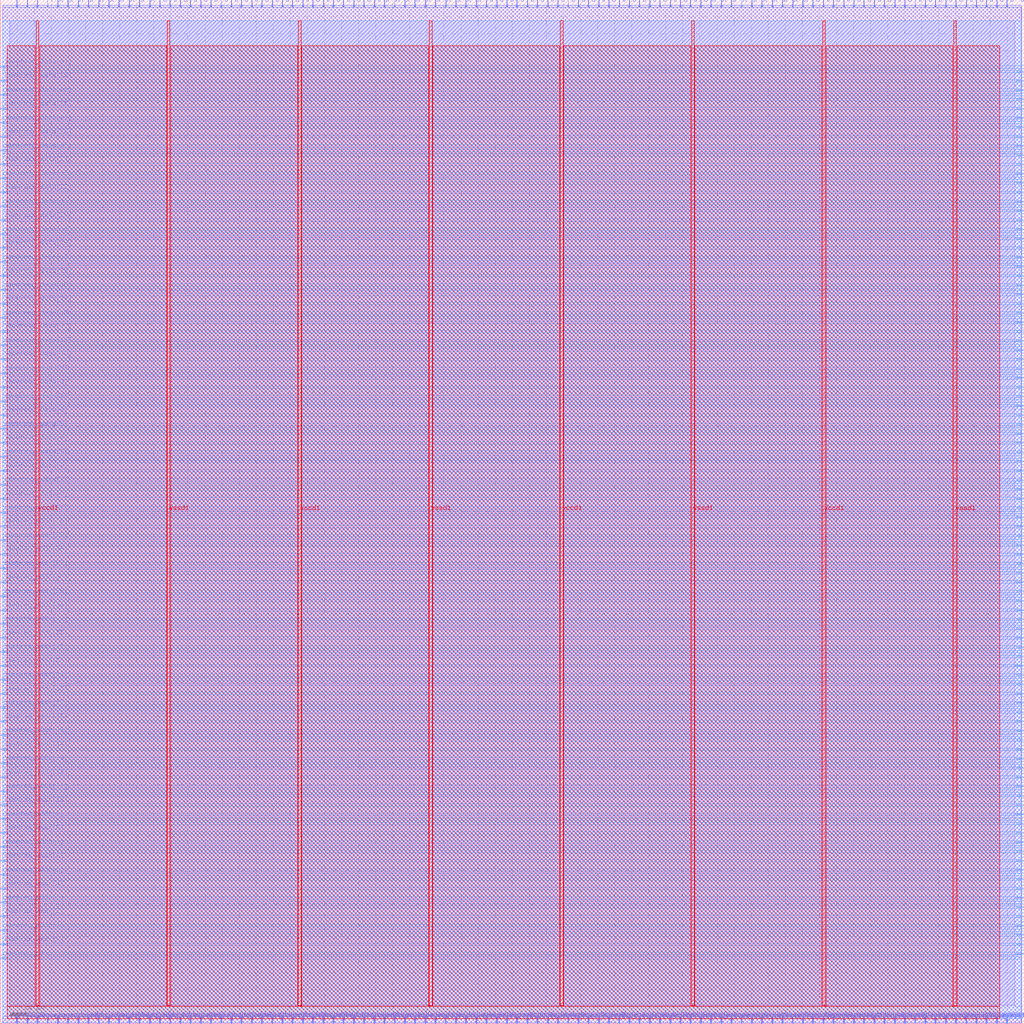
<source format=lef>
VERSION 5.7 ;
  NOWIREEXTENSIONATPIN ON ;
  DIVIDERCHAR "/" ;
  BUSBITCHARS "[]" ;
MACRO Proc
  CLASS BLOCK ;
  FOREIGN Proc ;
  ORIGIN 0.000 0.000 ;
  SIZE 600.000 BY 600.000 ;
  PIN clk
    DIRECTION INPUT ;
    USE SIGNAL ;
    ANTENNAGATEAREA 0.852000 ;
    ANTENNADIFFAREA 0.434700 ;
    PORT
      LAYER met2 ;
        RECT 9.750 596.000 10.030 600.000 ;
    END
  END clk
  PIN dmemreq_addr[0]
    DIRECTION OUTPUT TRISTATE ;
    USE SIGNAL ;
    ANTENNADIFFAREA 2.673000 ;
    PORT
      LAYER met2 ;
        RECT 21.710 0.000 21.990 4.000 ;
    END
  END dmemreq_addr[0]
  PIN dmemreq_addr[10]
    DIRECTION OUTPUT TRISTATE ;
    USE SIGNAL ;
    ANTENNADIFFAREA 2.673000 ;
    PORT
      LAYER met2 ;
        RECT 81.510 0.000 81.790 4.000 ;
    END
  END dmemreq_addr[10]
  PIN dmemreq_addr[11]
    DIRECTION OUTPUT TRISTATE ;
    USE SIGNAL ;
    ANTENNADIFFAREA 2.673000 ;
    PORT
      LAYER met2 ;
        RECT 87.490 0.000 87.770 4.000 ;
    END
  END dmemreq_addr[11]
  PIN dmemreq_addr[12]
    DIRECTION OUTPUT TRISTATE ;
    USE SIGNAL ;
    ANTENNADIFFAREA 2.673000 ;
    PORT
      LAYER met2 ;
        RECT 93.470 0.000 93.750 4.000 ;
    END
  END dmemreq_addr[12]
  PIN dmemreq_addr[13]
    DIRECTION OUTPUT TRISTATE ;
    USE SIGNAL ;
    ANTENNADIFFAREA 2.673000 ;
    PORT
      LAYER met2 ;
        RECT 99.450 0.000 99.730 4.000 ;
    END
  END dmemreq_addr[13]
  PIN dmemreq_addr[14]
    DIRECTION OUTPUT TRISTATE ;
    USE SIGNAL ;
    ANTENNADIFFAREA 2.673000 ;
    PORT
      LAYER met2 ;
        RECT 105.430 0.000 105.710 4.000 ;
    END
  END dmemreq_addr[14]
  PIN dmemreq_addr[15]
    DIRECTION OUTPUT TRISTATE ;
    USE SIGNAL ;
    ANTENNADIFFAREA 2.673000 ;
    PORT
      LAYER met2 ;
        RECT 111.410 0.000 111.690 4.000 ;
    END
  END dmemreq_addr[15]
  PIN dmemreq_addr[16]
    DIRECTION OUTPUT TRISTATE ;
    USE SIGNAL ;
    ANTENNADIFFAREA 2.673000 ;
    PORT
      LAYER met2 ;
        RECT 117.390 0.000 117.670 4.000 ;
    END
  END dmemreq_addr[16]
  PIN dmemreq_addr[17]
    DIRECTION OUTPUT TRISTATE ;
    USE SIGNAL ;
    ANTENNADIFFAREA 2.673000 ;
    PORT
      LAYER met2 ;
        RECT 123.370 0.000 123.650 4.000 ;
    END
  END dmemreq_addr[17]
  PIN dmemreq_addr[18]
    DIRECTION OUTPUT TRISTATE ;
    USE SIGNAL ;
    ANTENNADIFFAREA 2.673000 ;
    PORT
      LAYER met2 ;
        RECT 129.350 0.000 129.630 4.000 ;
    END
  END dmemreq_addr[18]
  PIN dmemreq_addr[19]
    DIRECTION OUTPUT TRISTATE ;
    USE SIGNAL ;
    ANTENNADIFFAREA 2.673000 ;
    PORT
      LAYER met2 ;
        RECT 135.330 0.000 135.610 4.000 ;
    END
  END dmemreq_addr[19]
  PIN dmemreq_addr[1]
    DIRECTION OUTPUT TRISTATE ;
    USE SIGNAL ;
    ANTENNADIFFAREA 2.673000 ;
    PORT
      LAYER met2 ;
        RECT 27.690 0.000 27.970 4.000 ;
    END
  END dmemreq_addr[1]
  PIN dmemreq_addr[20]
    DIRECTION OUTPUT TRISTATE ;
    USE SIGNAL ;
    ANTENNADIFFAREA 2.673000 ;
    PORT
      LAYER met2 ;
        RECT 141.310 0.000 141.590 4.000 ;
    END
  END dmemreq_addr[20]
  PIN dmemreq_addr[21]
    DIRECTION OUTPUT TRISTATE ;
    USE SIGNAL ;
    ANTENNADIFFAREA 2.673000 ;
    PORT
      LAYER met2 ;
        RECT 147.290 0.000 147.570 4.000 ;
    END
  END dmemreq_addr[21]
  PIN dmemreq_addr[22]
    DIRECTION OUTPUT TRISTATE ;
    USE SIGNAL ;
    ANTENNADIFFAREA 2.673000 ;
    PORT
      LAYER met2 ;
        RECT 153.270 0.000 153.550 4.000 ;
    END
  END dmemreq_addr[22]
  PIN dmemreq_addr[23]
    DIRECTION OUTPUT TRISTATE ;
    USE SIGNAL ;
    ANTENNADIFFAREA 2.673000 ;
    PORT
      LAYER met2 ;
        RECT 159.250 0.000 159.530 4.000 ;
    END
  END dmemreq_addr[23]
  PIN dmemreq_addr[24]
    DIRECTION OUTPUT TRISTATE ;
    USE SIGNAL ;
    ANTENNADIFFAREA 2.673000 ;
    PORT
      LAYER met2 ;
        RECT 165.230 0.000 165.510 4.000 ;
    END
  END dmemreq_addr[24]
  PIN dmemreq_addr[25]
    DIRECTION OUTPUT TRISTATE ;
    USE SIGNAL ;
    ANTENNADIFFAREA 2.673000 ;
    PORT
      LAYER met2 ;
        RECT 171.210 0.000 171.490 4.000 ;
    END
  END dmemreq_addr[25]
  PIN dmemreq_addr[26]
    DIRECTION OUTPUT TRISTATE ;
    USE SIGNAL ;
    ANTENNADIFFAREA 2.673000 ;
    PORT
      LAYER met2 ;
        RECT 177.190 0.000 177.470 4.000 ;
    END
  END dmemreq_addr[26]
  PIN dmemreq_addr[27]
    DIRECTION OUTPUT TRISTATE ;
    USE SIGNAL ;
    ANTENNADIFFAREA 2.673000 ;
    PORT
      LAYER met2 ;
        RECT 183.170 0.000 183.450 4.000 ;
    END
  END dmemreq_addr[27]
  PIN dmemreq_addr[28]
    DIRECTION OUTPUT TRISTATE ;
    USE SIGNAL ;
    ANTENNADIFFAREA 2.673000 ;
    PORT
      LAYER met2 ;
        RECT 189.150 0.000 189.430 4.000 ;
    END
  END dmemreq_addr[28]
  PIN dmemreq_addr[29]
    DIRECTION OUTPUT TRISTATE ;
    USE SIGNAL ;
    ANTENNADIFFAREA 2.673000 ;
    PORT
      LAYER met2 ;
        RECT 195.130 0.000 195.410 4.000 ;
    END
  END dmemreq_addr[29]
  PIN dmemreq_addr[2]
    DIRECTION OUTPUT TRISTATE ;
    USE SIGNAL ;
    ANTENNADIFFAREA 2.673000 ;
    PORT
      LAYER met2 ;
        RECT 33.670 0.000 33.950 4.000 ;
    END
  END dmemreq_addr[2]
  PIN dmemreq_addr[30]
    DIRECTION OUTPUT TRISTATE ;
    USE SIGNAL ;
    ANTENNADIFFAREA 2.673000 ;
    PORT
      LAYER met2 ;
        RECT 201.110 0.000 201.390 4.000 ;
    END
  END dmemreq_addr[30]
  PIN dmemreq_addr[31]
    DIRECTION OUTPUT TRISTATE ;
    USE SIGNAL ;
    ANTENNADIFFAREA 2.673000 ;
    PORT
      LAYER met2 ;
        RECT 207.090 0.000 207.370 4.000 ;
    END
  END dmemreq_addr[31]
  PIN dmemreq_addr[3]
    DIRECTION OUTPUT TRISTATE ;
    USE SIGNAL ;
    ANTENNADIFFAREA 2.673000 ;
    PORT
      LAYER met2 ;
        RECT 39.650 0.000 39.930 4.000 ;
    END
  END dmemreq_addr[3]
  PIN dmemreq_addr[4]
    DIRECTION OUTPUT TRISTATE ;
    USE SIGNAL ;
    ANTENNADIFFAREA 2.673000 ;
    PORT
      LAYER met2 ;
        RECT 45.630 0.000 45.910 4.000 ;
    END
  END dmemreq_addr[4]
  PIN dmemreq_addr[5]
    DIRECTION OUTPUT TRISTATE ;
    USE SIGNAL ;
    ANTENNADIFFAREA 2.673000 ;
    PORT
      LAYER met2 ;
        RECT 51.610 0.000 51.890 4.000 ;
    END
  END dmemreq_addr[5]
  PIN dmemreq_addr[6]
    DIRECTION OUTPUT TRISTATE ;
    USE SIGNAL ;
    ANTENNADIFFAREA 2.673000 ;
    PORT
      LAYER met2 ;
        RECT 57.590 0.000 57.870 4.000 ;
    END
  END dmemreq_addr[6]
  PIN dmemreq_addr[7]
    DIRECTION OUTPUT TRISTATE ;
    USE SIGNAL ;
    ANTENNADIFFAREA 2.673000 ;
    PORT
      LAYER met2 ;
        RECT 63.570 0.000 63.850 4.000 ;
    END
  END dmemreq_addr[7]
  PIN dmemreq_addr[8]
    DIRECTION OUTPUT TRISTATE ;
    USE SIGNAL ;
    ANTENNADIFFAREA 2.673000 ;
    PORT
      LAYER met2 ;
        RECT 69.550 0.000 69.830 4.000 ;
    END
  END dmemreq_addr[8]
  PIN dmemreq_addr[9]
    DIRECTION OUTPUT TRISTATE ;
    USE SIGNAL ;
    ANTENNADIFFAREA 2.673000 ;
    PORT
      LAYER met2 ;
        RECT 75.530 0.000 75.810 4.000 ;
    END
  END dmemreq_addr[9]
  PIN dmemreq_type
    DIRECTION OUTPUT TRISTATE ;
    USE SIGNAL ;
    ANTENNADIFFAREA 2.673000 ;
    PORT
      LAYER met2 ;
        RECT 15.730 0.000 16.010 4.000 ;
    END
  END dmemreq_type
  PIN dmemreq_val
    DIRECTION OUTPUT TRISTATE ;
    USE SIGNAL ;
    ANTENNADIFFAREA 2.673000 ;
    PORT
      LAYER met2 ;
        RECT 9.750 0.000 10.030 4.000 ;
    END
  END dmemreq_val
  PIN dmemreq_wdata[0]
    DIRECTION OUTPUT TRISTATE ;
    USE SIGNAL ;
    ANTENNADIFFAREA 2.673000 ;
    PORT
      LAYER met2 ;
        RECT 213.070 0.000 213.350 4.000 ;
    END
  END dmemreq_wdata[0]
  PIN dmemreq_wdata[10]
    DIRECTION OUTPUT TRISTATE ;
    USE SIGNAL ;
    ANTENNADIFFAREA 2.673000 ;
    PORT
      LAYER met2 ;
        RECT 272.870 0.000 273.150 4.000 ;
    END
  END dmemreq_wdata[10]
  PIN dmemreq_wdata[11]
    DIRECTION OUTPUT TRISTATE ;
    USE SIGNAL ;
    ANTENNADIFFAREA 2.673000 ;
    PORT
      LAYER met2 ;
        RECT 278.850 0.000 279.130 4.000 ;
    END
  END dmemreq_wdata[11]
  PIN dmemreq_wdata[12]
    DIRECTION OUTPUT TRISTATE ;
    USE SIGNAL ;
    ANTENNADIFFAREA 2.673000 ;
    PORT
      LAYER met2 ;
        RECT 284.830 0.000 285.110 4.000 ;
    END
  END dmemreq_wdata[12]
  PIN dmemreq_wdata[13]
    DIRECTION OUTPUT TRISTATE ;
    USE SIGNAL ;
    ANTENNADIFFAREA 2.673000 ;
    PORT
      LAYER met2 ;
        RECT 290.810 0.000 291.090 4.000 ;
    END
  END dmemreq_wdata[13]
  PIN dmemreq_wdata[14]
    DIRECTION OUTPUT TRISTATE ;
    USE SIGNAL ;
    ANTENNADIFFAREA 2.673000 ;
    PORT
      LAYER met2 ;
        RECT 296.790 0.000 297.070 4.000 ;
    END
  END dmemreq_wdata[14]
  PIN dmemreq_wdata[15]
    DIRECTION OUTPUT TRISTATE ;
    USE SIGNAL ;
    ANTENNADIFFAREA 2.673000 ;
    PORT
      LAYER met2 ;
        RECT 302.770 0.000 303.050 4.000 ;
    END
  END dmemreq_wdata[15]
  PIN dmemreq_wdata[16]
    DIRECTION OUTPUT TRISTATE ;
    USE SIGNAL ;
    ANTENNADIFFAREA 2.673000 ;
    PORT
      LAYER met2 ;
        RECT 308.750 0.000 309.030 4.000 ;
    END
  END dmemreq_wdata[16]
  PIN dmemreq_wdata[17]
    DIRECTION OUTPUT TRISTATE ;
    USE SIGNAL ;
    ANTENNADIFFAREA 2.673000 ;
    PORT
      LAYER met2 ;
        RECT 314.730 0.000 315.010 4.000 ;
    END
  END dmemreq_wdata[17]
  PIN dmemreq_wdata[18]
    DIRECTION OUTPUT TRISTATE ;
    USE SIGNAL ;
    ANTENNADIFFAREA 2.673000 ;
    PORT
      LAYER met2 ;
        RECT 320.710 0.000 320.990 4.000 ;
    END
  END dmemreq_wdata[18]
  PIN dmemreq_wdata[19]
    DIRECTION OUTPUT TRISTATE ;
    USE SIGNAL ;
    ANTENNADIFFAREA 2.673000 ;
    PORT
      LAYER met2 ;
        RECT 326.690 0.000 326.970 4.000 ;
    END
  END dmemreq_wdata[19]
  PIN dmemreq_wdata[1]
    DIRECTION OUTPUT TRISTATE ;
    USE SIGNAL ;
    ANTENNADIFFAREA 2.673000 ;
    PORT
      LAYER met2 ;
        RECT 219.050 0.000 219.330 4.000 ;
    END
  END dmemreq_wdata[1]
  PIN dmemreq_wdata[20]
    DIRECTION OUTPUT TRISTATE ;
    USE SIGNAL ;
    ANTENNADIFFAREA 2.673000 ;
    PORT
      LAYER met2 ;
        RECT 332.670 0.000 332.950 4.000 ;
    END
  END dmemreq_wdata[20]
  PIN dmemreq_wdata[21]
    DIRECTION OUTPUT TRISTATE ;
    USE SIGNAL ;
    ANTENNADIFFAREA 2.673000 ;
    PORT
      LAYER met2 ;
        RECT 338.650 0.000 338.930 4.000 ;
    END
  END dmemreq_wdata[21]
  PIN dmemreq_wdata[22]
    DIRECTION OUTPUT TRISTATE ;
    USE SIGNAL ;
    ANTENNADIFFAREA 2.673000 ;
    PORT
      LAYER met2 ;
        RECT 344.630 0.000 344.910 4.000 ;
    END
  END dmemreq_wdata[22]
  PIN dmemreq_wdata[23]
    DIRECTION OUTPUT TRISTATE ;
    USE SIGNAL ;
    ANTENNADIFFAREA 2.673000 ;
    PORT
      LAYER met2 ;
        RECT 350.610 0.000 350.890 4.000 ;
    END
  END dmemreq_wdata[23]
  PIN dmemreq_wdata[24]
    DIRECTION OUTPUT TRISTATE ;
    USE SIGNAL ;
    ANTENNADIFFAREA 2.673000 ;
    PORT
      LAYER met2 ;
        RECT 356.590 0.000 356.870 4.000 ;
    END
  END dmemreq_wdata[24]
  PIN dmemreq_wdata[25]
    DIRECTION OUTPUT TRISTATE ;
    USE SIGNAL ;
    ANTENNADIFFAREA 2.673000 ;
    PORT
      LAYER met2 ;
        RECT 362.570 0.000 362.850 4.000 ;
    END
  END dmemreq_wdata[25]
  PIN dmemreq_wdata[26]
    DIRECTION OUTPUT TRISTATE ;
    USE SIGNAL ;
    ANTENNADIFFAREA 2.673000 ;
    PORT
      LAYER met2 ;
        RECT 368.550 0.000 368.830 4.000 ;
    END
  END dmemreq_wdata[26]
  PIN dmemreq_wdata[27]
    DIRECTION OUTPUT TRISTATE ;
    USE SIGNAL ;
    ANTENNADIFFAREA 2.673000 ;
    PORT
      LAYER met2 ;
        RECT 374.530 0.000 374.810 4.000 ;
    END
  END dmemreq_wdata[27]
  PIN dmemreq_wdata[28]
    DIRECTION OUTPUT TRISTATE ;
    USE SIGNAL ;
    ANTENNADIFFAREA 2.673000 ;
    PORT
      LAYER met2 ;
        RECT 380.510 0.000 380.790 4.000 ;
    END
  END dmemreq_wdata[28]
  PIN dmemreq_wdata[29]
    DIRECTION OUTPUT TRISTATE ;
    USE SIGNAL ;
    ANTENNADIFFAREA 2.673000 ;
    PORT
      LAYER met2 ;
        RECT 386.490 0.000 386.770 4.000 ;
    END
  END dmemreq_wdata[29]
  PIN dmemreq_wdata[2]
    DIRECTION OUTPUT TRISTATE ;
    USE SIGNAL ;
    ANTENNADIFFAREA 2.673000 ;
    PORT
      LAYER met2 ;
        RECT 225.030 0.000 225.310 4.000 ;
    END
  END dmemreq_wdata[2]
  PIN dmemreq_wdata[30]
    DIRECTION OUTPUT TRISTATE ;
    USE SIGNAL ;
    ANTENNADIFFAREA 2.673000 ;
    PORT
      LAYER met2 ;
        RECT 392.470 0.000 392.750 4.000 ;
    END
  END dmemreq_wdata[30]
  PIN dmemreq_wdata[31]
    DIRECTION OUTPUT TRISTATE ;
    USE SIGNAL ;
    ANTENNADIFFAREA 2.673000 ;
    PORT
      LAYER met2 ;
        RECT 398.450 0.000 398.730 4.000 ;
    END
  END dmemreq_wdata[31]
  PIN dmemreq_wdata[3]
    DIRECTION OUTPUT TRISTATE ;
    USE SIGNAL ;
    ANTENNADIFFAREA 2.673000 ;
    PORT
      LAYER met2 ;
        RECT 231.010 0.000 231.290 4.000 ;
    END
  END dmemreq_wdata[3]
  PIN dmemreq_wdata[4]
    DIRECTION OUTPUT TRISTATE ;
    USE SIGNAL ;
    ANTENNADIFFAREA 2.673000 ;
    PORT
      LAYER met2 ;
        RECT 236.990 0.000 237.270 4.000 ;
    END
  END dmemreq_wdata[4]
  PIN dmemreq_wdata[5]
    DIRECTION OUTPUT TRISTATE ;
    USE SIGNAL ;
    ANTENNADIFFAREA 2.673000 ;
    PORT
      LAYER met2 ;
        RECT 242.970 0.000 243.250 4.000 ;
    END
  END dmemreq_wdata[5]
  PIN dmemreq_wdata[6]
    DIRECTION OUTPUT TRISTATE ;
    USE SIGNAL ;
    ANTENNADIFFAREA 2.673000 ;
    PORT
      LAYER met2 ;
        RECT 248.950 0.000 249.230 4.000 ;
    END
  END dmemreq_wdata[6]
  PIN dmemreq_wdata[7]
    DIRECTION OUTPUT TRISTATE ;
    USE SIGNAL ;
    ANTENNADIFFAREA 2.673000 ;
    PORT
      LAYER met2 ;
        RECT 254.930 0.000 255.210 4.000 ;
    END
  END dmemreq_wdata[7]
  PIN dmemreq_wdata[8]
    DIRECTION OUTPUT TRISTATE ;
    USE SIGNAL ;
    ANTENNADIFFAREA 2.673000 ;
    PORT
      LAYER met2 ;
        RECT 260.910 0.000 261.190 4.000 ;
    END
  END dmemreq_wdata[8]
  PIN dmemreq_wdata[9]
    DIRECTION OUTPUT TRISTATE ;
    USE SIGNAL ;
    ANTENNADIFFAREA 2.673000 ;
    PORT
      LAYER met2 ;
        RECT 266.890 0.000 267.170 4.000 ;
    END
  END dmemreq_wdata[9]
  PIN dmemresp_rdata[0]
    DIRECTION INPUT ;
    USE SIGNAL ;
    ANTENNAGATEAREA 0.159000 ;
    PORT
      LAYER met2 ;
        RECT 404.430 0.000 404.710 4.000 ;
    END
  END dmemresp_rdata[0]
  PIN dmemresp_rdata[10]
    DIRECTION INPUT ;
    USE SIGNAL ;
    ANTENNAGATEAREA 0.213000 ;
    PORT
      LAYER met2 ;
        RECT 464.230 0.000 464.510 4.000 ;
    END
  END dmemresp_rdata[10]
  PIN dmemresp_rdata[11]
    DIRECTION INPUT ;
    USE SIGNAL ;
    ANTENNAGATEAREA 0.159000 ;
    PORT
      LAYER met2 ;
        RECT 470.210 0.000 470.490 4.000 ;
    END
  END dmemresp_rdata[11]
  PIN dmemresp_rdata[12]
    DIRECTION INPUT ;
    USE SIGNAL ;
    ANTENNAGATEAREA 0.213000 ;
    PORT
      LAYER met2 ;
        RECT 476.190 0.000 476.470 4.000 ;
    END
  END dmemresp_rdata[12]
  PIN dmemresp_rdata[13]
    DIRECTION INPUT ;
    USE SIGNAL ;
    ANTENNAGATEAREA 0.213000 ;
    PORT
      LAYER met2 ;
        RECT 482.170 0.000 482.450 4.000 ;
    END
  END dmemresp_rdata[13]
  PIN dmemresp_rdata[14]
    DIRECTION INPUT ;
    USE SIGNAL ;
    ANTENNAGATEAREA 0.213000 ;
    PORT
      LAYER met2 ;
        RECT 488.150 0.000 488.430 4.000 ;
    END
  END dmemresp_rdata[14]
  PIN dmemresp_rdata[15]
    DIRECTION INPUT ;
    USE SIGNAL ;
    ANTENNAGATEAREA 0.213000 ;
    PORT
      LAYER met2 ;
        RECT 494.130 0.000 494.410 4.000 ;
    END
  END dmemresp_rdata[15]
  PIN dmemresp_rdata[16]
    DIRECTION INPUT ;
    USE SIGNAL ;
    ANTENNAGATEAREA 0.126000 ;
    PORT
      LAYER met2 ;
        RECT 500.110 0.000 500.390 4.000 ;
    END
  END dmemresp_rdata[16]
  PIN dmemresp_rdata[17]
    DIRECTION INPUT ;
    USE SIGNAL ;
    ANTENNAGATEAREA 0.213000 ;
    PORT
      LAYER met2 ;
        RECT 506.090 0.000 506.370 4.000 ;
    END
  END dmemresp_rdata[17]
  PIN dmemresp_rdata[18]
    DIRECTION INPUT ;
    USE SIGNAL ;
    ANTENNAGATEAREA 0.196500 ;
    PORT
      LAYER met2 ;
        RECT 512.070 0.000 512.350 4.000 ;
    END
  END dmemresp_rdata[18]
  PIN dmemresp_rdata[19]
    DIRECTION INPUT ;
    USE SIGNAL ;
    ANTENNAGATEAREA 0.213000 ;
    PORT
      LAYER met2 ;
        RECT 518.050 0.000 518.330 4.000 ;
    END
  END dmemresp_rdata[19]
  PIN dmemresp_rdata[1]
    DIRECTION INPUT ;
    USE SIGNAL ;
    ANTENNAGATEAREA 0.213000 ;
    PORT
      LAYER met2 ;
        RECT 410.410 0.000 410.690 4.000 ;
    END
  END dmemresp_rdata[1]
  PIN dmemresp_rdata[20]
    DIRECTION INPUT ;
    USE SIGNAL ;
    ANTENNAGATEAREA 0.126000 ;
    PORT
      LAYER met2 ;
        RECT 524.030 0.000 524.310 4.000 ;
    END
  END dmemresp_rdata[20]
  PIN dmemresp_rdata[21]
    DIRECTION INPUT ;
    USE SIGNAL ;
    ANTENNAGATEAREA 0.126000 ;
    PORT
      LAYER met2 ;
        RECT 530.010 0.000 530.290 4.000 ;
    END
  END dmemresp_rdata[21]
  PIN dmemresp_rdata[22]
    DIRECTION INPUT ;
    USE SIGNAL ;
    ANTENNAGATEAREA 0.213000 ;
    PORT
      LAYER met2 ;
        RECT 535.990 0.000 536.270 4.000 ;
    END
  END dmemresp_rdata[22]
  PIN dmemresp_rdata[23]
    DIRECTION INPUT ;
    USE SIGNAL ;
    ANTENNAGATEAREA 0.213000 ;
    PORT
      LAYER met2 ;
        RECT 541.970 0.000 542.250 4.000 ;
    END
  END dmemresp_rdata[23]
  PIN dmemresp_rdata[24]
    DIRECTION INPUT ;
    USE SIGNAL ;
    ANTENNAGATEAREA 0.213000 ;
    PORT
      LAYER met2 ;
        RECT 547.950 0.000 548.230 4.000 ;
    END
  END dmemresp_rdata[24]
  PIN dmemresp_rdata[25]
    DIRECTION INPUT ;
    USE SIGNAL ;
    ANTENNAGATEAREA 0.213000 ;
    PORT
      LAYER met2 ;
        RECT 553.930 0.000 554.210 4.000 ;
    END
  END dmemresp_rdata[25]
  PIN dmemresp_rdata[26]
    DIRECTION INPUT ;
    USE SIGNAL ;
    ANTENNAGATEAREA 0.213000 ;
    PORT
      LAYER met2 ;
        RECT 559.910 0.000 560.190 4.000 ;
    END
  END dmemresp_rdata[26]
  PIN dmemresp_rdata[27]
    DIRECTION INPUT ;
    USE SIGNAL ;
    ANTENNAGATEAREA 0.213000 ;
    PORT
      LAYER met2 ;
        RECT 565.890 0.000 566.170 4.000 ;
    END
  END dmemresp_rdata[27]
  PIN dmemresp_rdata[28]
    DIRECTION INPUT ;
    USE SIGNAL ;
    ANTENNAGATEAREA 0.213000 ;
    PORT
      LAYER met2 ;
        RECT 571.870 0.000 572.150 4.000 ;
    END
  END dmemresp_rdata[28]
  PIN dmemresp_rdata[29]
    DIRECTION INPUT ;
    USE SIGNAL ;
    ANTENNAGATEAREA 0.213000 ;
    PORT
      LAYER met2 ;
        RECT 577.850 0.000 578.130 4.000 ;
    END
  END dmemresp_rdata[29]
  PIN dmemresp_rdata[2]
    DIRECTION INPUT ;
    USE SIGNAL ;
    ANTENNAGATEAREA 0.213000 ;
    PORT
      LAYER met2 ;
        RECT 416.390 0.000 416.670 4.000 ;
    END
  END dmemresp_rdata[2]
  PIN dmemresp_rdata[30]
    DIRECTION INPUT ;
    USE SIGNAL ;
    ANTENNAGATEAREA 0.213000 ;
    PORT
      LAYER met2 ;
        RECT 583.830 0.000 584.110 4.000 ;
    END
  END dmemresp_rdata[30]
  PIN dmemresp_rdata[31]
    DIRECTION INPUT ;
    USE SIGNAL ;
    ANTENNAGATEAREA 0.213000 ;
    PORT
      LAYER met2 ;
        RECT 589.810 0.000 590.090 4.000 ;
    END
  END dmemresp_rdata[31]
  PIN dmemresp_rdata[3]
    DIRECTION INPUT ;
    USE SIGNAL ;
    ANTENNAGATEAREA 0.159000 ;
    PORT
      LAYER met2 ;
        RECT 422.370 0.000 422.650 4.000 ;
    END
  END dmemresp_rdata[3]
  PIN dmemresp_rdata[4]
    DIRECTION INPUT ;
    USE SIGNAL ;
    ANTENNAGATEAREA 0.159000 ;
    PORT
      LAYER met2 ;
        RECT 428.350 0.000 428.630 4.000 ;
    END
  END dmemresp_rdata[4]
  PIN dmemresp_rdata[5]
    DIRECTION INPUT ;
    USE SIGNAL ;
    ANTENNAGATEAREA 0.213000 ;
    PORT
      LAYER met2 ;
        RECT 434.330 0.000 434.610 4.000 ;
    END
  END dmemresp_rdata[5]
  PIN dmemresp_rdata[6]
    DIRECTION INPUT ;
    USE SIGNAL ;
    ANTENNAGATEAREA 0.159000 ;
    PORT
      LAYER met2 ;
        RECT 440.310 0.000 440.590 4.000 ;
    END
  END dmemresp_rdata[6]
  PIN dmemresp_rdata[7]
    DIRECTION INPUT ;
    USE SIGNAL ;
    ANTENNAGATEAREA 0.159000 ;
    PORT
      LAYER met2 ;
        RECT 446.290 0.000 446.570 4.000 ;
    END
  END dmemresp_rdata[7]
  PIN dmemresp_rdata[8]
    DIRECTION INPUT ;
    USE SIGNAL ;
    ANTENNAGATEAREA 0.213000 ;
    PORT
      LAYER met2 ;
        RECT 452.270 0.000 452.550 4.000 ;
    END
  END dmemresp_rdata[8]
  PIN dmemresp_rdata[9]
    DIRECTION INPUT ;
    USE SIGNAL ;
    ANTENNAGATEAREA 0.213000 ;
    PORT
      LAYER met2 ;
        RECT 458.250 0.000 458.530 4.000 ;
    END
  END dmemresp_rdata[9]
  PIN imemreq_addr[0]
    DIRECTION OUTPUT TRISTATE ;
    USE SIGNAL ;
    ANTENNADIFFAREA 2.673000 ;
    PORT
      LAYER met3 ;
        RECT 0.000 46.280 4.000 46.880 ;
    END
  END imemreq_addr[0]
  PIN imemreq_addr[10]
    DIRECTION OUTPUT TRISTATE ;
    USE SIGNAL ;
    ANTENNADIFFAREA 2.673000 ;
    PORT
      LAYER met3 ;
        RECT 0.000 127.880 4.000 128.480 ;
    END
  END imemreq_addr[10]
  PIN imemreq_addr[11]
    DIRECTION OUTPUT TRISTATE ;
    USE SIGNAL ;
    ANTENNADIFFAREA 2.673000 ;
    PORT
      LAYER met3 ;
        RECT 0.000 136.040 4.000 136.640 ;
    END
  END imemreq_addr[11]
  PIN imemreq_addr[12]
    DIRECTION OUTPUT TRISTATE ;
    USE SIGNAL ;
    ANTENNADIFFAREA 2.673000 ;
    PORT
      LAYER met3 ;
        RECT 0.000 144.200 4.000 144.800 ;
    END
  END imemreq_addr[12]
  PIN imemreq_addr[13]
    DIRECTION OUTPUT TRISTATE ;
    USE SIGNAL ;
    ANTENNADIFFAREA 2.673000 ;
    PORT
      LAYER met3 ;
        RECT 0.000 152.360 4.000 152.960 ;
    END
  END imemreq_addr[13]
  PIN imemreq_addr[14]
    DIRECTION OUTPUT TRISTATE ;
    USE SIGNAL ;
    ANTENNADIFFAREA 2.673000 ;
    PORT
      LAYER met3 ;
        RECT 0.000 160.520 4.000 161.120 ;
    END
  END imemreq_addr[14]
  PIN imemreq_addr[15]
    DIRECTION OUTPUT TRISTATE ;
    USE SIGNAL ;
    ANTENNADIFFAREA 2.673000 ;
    PORT
      LAYER met3 ;
        RECT 0.000 168.680 4.000 169.280 ;
    END
  END imemreq_addr[15]
  PIN imemreq_addr[16]
    DIRECTION OUTPUT TRISTATE ;
    USE SIGNAL ;
    ANTENNADIFFAREA 2.673000 ;
    PORT
      LAYER met3 ;
        RECT 0.000 176.840 4.000 177.440 ;
    END
  END imemreq_addr[16]
  PIN imemreq_addr[17]
    DIRECTION OUTPUT TRISTATE ;
    USE SIGNAL ;
    ANTENNADIFFAREA 2.673000 ;
    PORT
      LAYER met3 ;
        RECT 0.000 185.000 4.000 185.600 ;
    END
  END imemreq_addr[17]
  PIN imemreq_addr[18]
    DIRECTION OUTPUT TRISTATE ;
    USE SIGNAL ;
    ANTENNADIFFAREA 2.673000 ;
    PORT
      LAYER met3 ;
        RECT 0.000 193.160 4.000 193.760 ;
    END
  END imemreq_addr[18]
  PIN imemreq_addr[19]
    DIRECTION OUTPUT TRISTATE ;
    USE SIGNAL ;
    ANTENNADIFFAREA 2.673000 ;
    PORT
      LAYER met3 ;
        RECT 0.000 201.320 4.000 201.920 ;
    END
  END imemreq_addr[19]
  PIN imemreq_addr[1]
    DIRECTION OUTPUT TRISTATE ;
    USE SIGNAL ;
    ANTENNADIFFAREA 2.673000 ;
    PORT
      LAYER met3 ;
        RECT 0.000 54.440 4.000 55.040 ;
    END
  END imemreq_addr[1]
  PIN imemreq_addr[20]
    DIRECTION OUTPUT TRISTATE ;
    USE SIGNAL ;
    ANTENNADIFFAREA 2.673000 ;
    PORT
      LAYER met3 ;
        RECT 0.000 209.480 4.000 210.080 ;
    END
  END imemreq_addr[20]
  PIN imemreq_addr[21]
    DIRECTION OUTPUT TRISTATE ;
    USE SIGNAL ;
    ANTENNADIFFAREA 2.673000 ;
    PORT
      LAYER met3 ;
        RECT 0.000 217.640 4.000 218.240 ;
    END
  END imemreq_addr[21]
  PIN imemreq_addr[22]
    DIRECTION OUTPUT TRISTATE ;
    USE SIGNAL ;
    ANTENNADIFFAREA 2.673000 ;
    PORT
      LAYER met3 ;
        RECT 0.000 225.800 4.000 226.400 ;
    END
  END imemreq_addr[22]
  PIN imemreq_addr[23]
    DIRECTION OUTPUT TRISTATE ;
    USE SIGNAL ;
    ANTENNADIFFAREA 2.673000 ;
    PORT
      LAYER met3 ;
        RECT 0.000 233.960 4.000 234.560 ;
    END
  END imemreq_addr[23]
  PIN imemreq_addr[24]
    DIRECTION OUTPUT TRISTATE ;
    USE SIGNAL ;
    ANTENNADIFFAREA 2.673000 ;
    PORT
      LAYER met3 ;
        RECT 0.000 242.120 4.000 242.720 ;
    END
  END imemreq_addr[24]
  PIN imemreq_addr[25]
    DIRECTION OUTPUT TRISTATE ;
    USE SIGNAL ;
    ANTENNADIFFAREA 2.673000 ;
    PORT
      LAYER met3 ;
        RECT 0.000 250.280 4.000 250.880 ;
    END
  END imemreq_addr[25]
  PIN imemreq_addr[26]
    DIRECTION OUTPUT TRISTATE ;
    USE SIGNAL ;
    ANTENNADIFFAREA 2.673000 ;
    PORT
      LAYER met3 ;
        RECT 0.000 258.440 4.000 259.040 ;
    END
  END imemreq_addr[26]
  PIN imemreq_addr[27]
    DIRECTION OUTPUT TRISTATE ;
    USE SIGNAL ;
    ANTENNADIFFAREA 2.673000 ;
    PORT
      LAYER met3 ;
        RECT 0.000 266.600 4.000 267.200 ;
    END
  END imemreq_addr[27]
  PIN imemreq_addr[28]
    DIRECTION OUTPUT TRISTATE ;
    USE SIGNAL ;
    ANTENNADIFFAREA 2.673000 ;
    PORT
      LAYER met3 ;
        RECT 0.000 274.760 4.000 275.360 ;
    END
  END imemreq_addr[28]
  PIN imemreq_addr[29]
    DIRECTION OUTPUT TRISTATE ;
    USE SIGNAL ;
    ANTENNADIFFAREA 2.673000 ;
    PORT
      LAYER met3 ;
        RECT 0.000 282.920 4.000 283.520 ;
    END
  END imemreq_addr[29]
  PIN imemreq_addr[2]
    DIRECTION OUTPUT TRISTATE ;
    USE SIGNAL ;
    ANTENNADIFFAREA 2.673000 ;
    PORT
      LAYER met3 ;
        RECT 0.000 62.600 4.000 63.200 ;
    END
  END imemreq_addr[2]
  PIN imemreq_addr[30]
    DIRECTION OUTPUT TRISTATE ;
    USE SIGNAL ;
    ANTENNADIFFAREA 2.673000 ;
    PORT
      LAYER met3 ;
        RECT 0.000 291.080 4.000 291.680 ;
    END
  END imemreq_addr[30]
  PIN imemreq_addr[31]
    DIRECTION OUTPUT TRISTATE ;
    USE SIGNAL ;
    ANTENNADIFFAREA 2.673000 ;
    PORT
      LAYER met3 ;
        RECT 0.000 299.240 4.000 299.840 ;
    END
  END imemreq_addr[31]
  PIN imemreq_addr[3]
    DIRECTION OUTPUT TRISTATE ;
    USE SIGNAL ;
    ANTENNADIFFAREA 2.673000 ;
    PORT
      LAYER met3 ;
        RECT 0.000 70.760 4.000 71.360 ;
    END
  END imemreq_addr[3]
  PIN imemreq_addr[4]
    DIRECTION OUTPUT TRISTATE ;
    USE SIGNAL ;
    ANTENNADIFFAREA 2.673000 ;
    PORT
      LAYER met3 ;
        RECT 0.000 78.920 4.000 79.520 ;
    END
  END imemreq_addr[4]
  PIN imemreq_addr[5]
    DIRECTION OUTPUT TRISTATE ;
    USE SIGNAL ;
    ANTENNADIFFAREA 2.673000 ;
    PORT
      LAYER met3 ;
        RECT 0.000 87.080 4.000 87.680 ;
    END
  END imemreq_addr[5]
  PIN imemreq_addr[6]
    DIRECTION OUTPUT TRISTATE ;
    USE SIGNAL ;
    ANTENNADIFFAREA 2.673000 ;
    PORT
      LAYER met3 ;
        RECT 0.000 95.240 4.000 95.840 ;
    END
  END imemreq_addr[6]
  PIN imemreq_addr[7]
    DIRECTION OUTPUT TRISTATE ;
    USE SIGNAL ;
    ANTENNADIFFAREA 2.673000 ;
    PORT
      LAYER met3 ;
        RECT 0.000 103.400 4.000 104.000 ;
    END
  END imemreq_addr[7]
  PIN imemreq_addr[8]
    DIRECTION OUTPUT TRISTATE ;
    USE SIGNAL ;
    ANTENNADIFFAREA 2.673000 ;
    PORT
      LAYER met3 ;
        RECT 0.000 111.560 4.000 112.160 ;
    END
  END imemreq_addr[8]
  PIN imemreq_addr[9]
    DIRECTION OUTPUT TRISTATE ;
    USE SIGNAL ;
    ANTENNADIFFAREA 2.673000 ;
    PORT
      LAYER met3 ;
        RECT 0.000 119.720 4.000 120.320 ;
    END
  END imemreq_addr[9]
  PIN imemreq_val
    DIRECTION OUTPUT TRISTATE ;
    USE SIGNAL ;
    PORT
      LAYER met3 ;
        RECT 0.000 38.120 4.000 38.720 ;
    END
  END imemreq_val
  PIN imemresp_data[0]
    DIRECTION INPUT ;
    USE SIGNAL ;
    ANTENNAGATEAREA 0.196500 ;
    PORT
      LAYER met3 ;
        RECT 0.000 307.400 4.000 308.000 ;
    END
  END imemresp_data[0]
  PIN imemresp_data[10]
    DIRECTION INPUT ;
    USE SIGNAL ;
    ANTENNAGATEAREA 0.196500 ;
    PORT
      LAYER met3 ;
        RECT 0.000 389.000 4.000 389.600 ;
    END
  END imemresp_data[10]
  PIN imemresp_data[11]
    DIRECTION INPUT ;
    USE SIGNAL ;
    ANTENNAGATEAREA 0.196500 ;
    PORT
      LAYER met3 ;
        RECT 0.000 397.160 4.000 397.760 ;
    END
  END imemresp_data[11]
  PIN imemresp_data[12]
    DIRECTION INPUT ;
    USE SIGNAL ;
    ANTENNAGATEAREA 0.196500 ;
    PORT
      LAYER met3 ;
        RECT 0.000 405.320 4.000 405.920 ;
    END
  END imemresp_data[12]
  PIN imemresp_data[13]
    DIRECTION INPUT ;
    USE SIGNAL ;
    ANTENNAGATEAREA 0.196500 ;
    PORT
      LAYER met3 ;
        RECT 0.000 413.480 4.000 414.080 ;
    END
  END imemresp_data[13]
  PIN imemresp_data[14]
    DIRECTION INPUT ;
    USE SIGNAL ;
    ANTENNAGATEAREA 0.196500 ;
    PORT
      LAYER met3 ;
        RECT 0.000 421.640 4.000 422.240 ;
    END
  END imemresp_data[14]
  PIN imemresp_data[15]
    DIRECTION INPUT ;
    USE SIGNAL ;
    ANTENNAGATEAREA 0.196500 ;
    PORT
      LAYER met3 ;
        RECT 0.000 429.800 4.000 430.400 ;
    END
  END imemresp_data[15]
  PIN imemresp_data[16]
    DIRECTION INPUT ;
    USE SIGNAL ;
    ANTENNAGATEAREA 0.196500 ;
    PORT
      LAYER met3 ;
        RECT 0.000 437.960 4.000 438.560 ;
    END
  END imemresp_data[16]
  PIN imemresp_data[17]
    DIRECTION INPUT ;
    USE SIGNAL ;
    ANTENNAGATEAREA 0.196500 ;
    PORT
      LAYER met3 ;
        RECT 0.000 446.120 4.000 446.720 ;
    END
  END imemresp_data[17]
  PIN imemresp_data[18]
    DIRECTION INPUT ;
    USE SIGNAL ;
    ANTENNAGATEAREA 0.196500 ;
    PORT
      LAYER met3 ;
        RECT 0.000 454.280 4.000 454.880 ;
    END
  END imemresp_data[18]
  PIN imemresp_data[19]
    DIRECTION INPUT ;
    USE SIGNAL ;
    ANTENNAGATEAREA 0.126000 ;
    PORT
      LAYER met3 ;
        RECT 0.000 462.440 4.000 463.040 ;
    END
  END imemresp_data[19]
  PIN imemresp_data[1]
    DIRECTION INPUT ;
    USE SIGNAL ;
    ANTENNAGATEAREA 0.196500 ;
    PORT
      LAYER met3 ;
        RECT 0.000 315.560 4.000 316.160 ;
    END
  END imemresp_data[1]
  PIN imemresp_data[20]
    DIRECTION INPUT ;
    USE SIGNAL ;
    ANTENNAGATEAREA 0.196500 ;
    PORT
      LAYER met3 ;
        RECT 0.000 470.600 4.000 471.200 ;
    END
  END imemresp_data[20]
  PIN imemresp_data[21]
    DIRECTION INPUT ;
    USE SIGNAL ;
    ANTENNAGATEAREA 0.196500 ;
    PORT
      LAYER met3 ;
        RECT 0.000 478.760 4.000 479.360 ;
    END
  END imemresp_data[21]
  PIN imemresp_data[22]
    DIRECTION INPUT ;
    USE SIGNAL ;
    ANTENNAGATEAREA 0.126000 ;
    PORT
      LAYER met3 ;
        RECT 0.000 486.920 4.000 487.520 ;
    END
  END imemresp_data[22]
  PIN imemresp_data[23]
    DIRECTION INPUT ;
    USE SIGNAL ;
    ANTENNAGATEAREA 0.126000 ;
    PORT
      LAYER met3 ;
        RECT 0.000 495.080 4.000 495.680 ;
    END
  END imemresp_data[23]
  PIN imemresp_data[24]
    DIRECTION INPUT ;
    USE SIGNAL ;
    ANTENNAGATEAREA 0.126000 ;
    PORT
      LAYER met3 ;
        RECT 0.000 503.240 4.000 503.840 ;
    END
  END imemresp_data[24]
  PIN imemresp_data[25]
    DIRECTION INPUT ;
    USE SIGNAL ;
    ANTENNAGATEAREA 0.196500 ;
    PORT
      LAYER met3 ;
        RECT 0.000 511.400 4.000 512.000 ;
    END
  END imemresp_data[25]
  PIN imemresp_data[26]
    DIRECTION INPUT ;
    USE SIGNAL ;
    ANTENNAGATEAREA 0.196500 ;
    PORT
      LAYER met3 ;
        RECT 0.000 519.560 4.000 520.160 ;
    END
  END imemresp_data[26]
  PIN imemresp_data[27]
    DIRECTION INPUT ;
    USE SIGNAL ;
    ANTENNAGATEAREA 0.126000 ;
    PORT
      LAYER met3 ;
        RECT 0.000 527.720 4.000 528.320 ;
    END
  END imemresp_data[27]
  PIN imemresp_data[28]
    DIRECTION INPUT ;
    USE SIGNAL ;
    ANTENNAGATEAREA 0.126000 ;
    PORT
      LAYER met3 ;
        RECT 0.000 535.880 4.000 536.480 ;
    END
  END imemresp_data[28]
  PIN imemresp_data[29]
    DIRECTION INPUT ;
    USE SIGNAL ;
    ANTENNAGATEAREA 0.126000 ;
    PORT
      LAYER met3 ;
        RECT 0.000 544.040 4.000 544.640 ;
    END
  END imemresp_data[29]
  PIN imemresp_data[2]
    DIRECTION INPUT ;
    USE SIGNAL ;
    ANTENNAGATEAREA 0.196500 ;
    PORT
      LAYER met3 ;
        RECT 0.000 323.720 4.000 324.320 ;
    END
  END imemresp_data[2]
  PIN imemresp_data[30]
    DIRECTION INPUT ;
    USE SIGNAL ;
    ANTENNAGATEAREA 0.126000 ;
    PORT
      LAYER met3 ;
        RECT 0.000 552.200 4.000 552.800 ;
    END
  END imemresp_data[30]
  PIN imemresp_data[31]
    DIRECTION INPUT ;
    USE SIGNAL ;
    ANTENNAGATEAREA 0.213000 ;
    PORT
      LAYER met3 ;
        RECT 0.000 560.360 4.000 560.960 ;
    END
  END imemresp_data[31]
  PIN imemresp_data[3]
    DIRECTION INPUT ;
    USE SIGNAL ;
    ANTENNAGATEAREA 0.196500 ;
    PORT
      LAYER met3 ;
        RECT 0.000 331.880 4.000 332.480 ;
    END
  END imemresp_data[3]
  PIN imemresp_data[4]
    DIRECTION INPUT ;
    USE SIGNAL ;
    ANTENNAGATEAREA 0.196500 ;
    PORT
      LAYER met3 ;
        RECT 0.000 340.040 4.000 340.640 ;
    END
  END imemresp_data[4]
  PIN imemresp_data[5]
    DIRECTION INPUT ;
    USE SIGNAL ;
    ANTENNAGATEAREA 0.196500 ;
    PORT
      LAYER met3 ;
        RECT 0.000 348.200 4.000 348.800 ;
    END
  END imemresp_data[5]
  PIN imemresp_data[6]
    DIRECTION INPUT ;
    USE SIGNAL ;
    ANTENNAGATEAREA 0.196500 ;
    PORT
      LAYER met3 ;
        RECT 0.000 356.360 4.000 356.960 ;
    END
  END imemresp_data[6]
  PIN imemresp_data[7]
    DIRECTION INPUT ;
    USE SIGNAL ;
    ANTENNAGATEAREA 0.196500 ;
    PORT
      LAYER met3 ;
        RECT 0.000 364.520 4.000 365.120 ;
    END
  END imemresp_data[7]
  PIN imemresp_data[8]
    DIRECTION INPUT ;
    USE SIGNAL ;
    ANTENNAGATEAREA 0.196500 ;
    PORT
      LAYER met3 ;
        RECT 0.000 372.680 4.000 373.280 ;
    END
  END imemresp_data[8]
  PIN imemresp_data[9]
    DIRECTION INPUT ;
    USE SIGNAL ;
    ANTENNAGATEAREA 0.196500 ;
    PORT
      LAYER met3 ;
        RECT 0.000 380.840 4.000 381.440 ;
    END
  END imemresp_data[9]
  PIN in0[0]
    DIRECTION INPUT ;
    USE SIGNAL ;
    ANTENNAGATEAREA 0.126000 ;
    PORT
      LAYER met2 ;
        RECT 21.710 596.000 21.990 600.000 ;
    END
  END in0[0]
  PIN in0[10]
    DIRECTION INPUT ;
    USE SIGNAL ;
    ANTENNAGATEAREA 0.196500 ;
    PORT
      LAYER met2 ;
        RECT 81.510 596.000 81.790 600.000 ;
    END
  END in0[10]
  PIN in0[11]
    DIRECTION INPUT ;
    USE SIGNAL ;
    ANTENNAGATEAREA 0.196500 ;
    PORT
      LAYER met2 ;
        RECT 87.490 596.000 87.770 600.000 ;
    END
  END in0[11]
  PIN in0[12]
    DIRECTION INPUT ;
    USE SIGNAL ;
    ANTENNAGATEAREA 0.196500 ;
    PORT
      LAYER met2 ;
        RECT 93.470 596.000 93.750 600.000 ;
    END
  END in0[12]
  PIN in0[13]
    DIRECTION INPUT ;
    USE SIGNAL ;
    ANTENNAGATEAREA 0.196500 ;
    PORT
      LAYER met2 ;
        RECT 99.450 596.000 99.730 600.000 ;
    END
  END in0[13]
  PIN in0[14]
    DIRECTION INPUT ;
    USE SIGNAL ;
    ANTENNAGATEAREA 0.196500 ;
    PORT
      LAYER met2 ;
        RECT 105.430 596.000 105.710 600.000 ;
    END
  END in0[14]
  PIN in0[15]
    DIRECTION INPUT ;
    USE SIGNAL ;
    ANTENNAGATEAREA 0.196500 ;
    PORT
      LAYER met2 ;
        RECT 111.410 596.000 111.690 600.000 ;
    END
  END in0[15]
  PIN in0[16]
    DIRECTION INPUT ;
    USE SIGNAL ;
    ANTENNAGATEAREA 0.126000 ;
    PORT
      LAYER met2 ;
        RECT 117.390 596.000 117.670 600.000 ;
    END
  END in0[16]
  PIN in0[17]
    DIRECTION INPUT ;
    USE SIGNAL ;
    ANTENNAGATEAREA 0.196500 ;
    PORT
      LAYER met2 ;
        RECT 123.370 596.000 123.650 600.000 ;
    END
  END in0[17]
  PIN in0[18]
    DIRECTION INPUT ;
    USE SIGNAL ;
    ANTENNAGATEAREA 0.196500 ;
    PORT
      LAYER met2 ;
        RECT 129.350 596.000 129.630 600.000 ;
    END
  END in0[18]
  PIN in0[19]
    DIRECTION INPUT ;
    USE SIGNAL ;
    ANTENNAGATEAREA 0.196500 ;
    PORT
      LAYER met2 ;
        RECT 135.330 596.000 135.610 600.000 ;
    END
  END in0[19]
  PIN in0[1]
    DIRECTION INPUT ;
    USE SIGNAL ;
    ANTENNAGATEAREA 0.196500 ;
    PORT
      LAYER met2 ;
        RECT 27.690 596.000 27.970 600.000 ;
    END
  END in0[1]
  PIN in0[20]
    DIRECTION INPUT ;
    USE SIGNAL ;
    ANTENNAGATEAREA 0.126000 ;
    PORT
      LAYER met2 ;
        RECT 141.310 596.000 141.590 600.000 ;
    END
  END in0[20]
  PIN in0[21]
    DIRECTION INPUT ;
    USE SIGNAL ;
    ANTENNAGATEAREA 0.196500 ;
    PORT
      LAYER met2 ;
        RECT 147.290 596.000 147.570 600.000 ;
    END
  END in0[21]
  PIN in0[22]
    DIRECTION INPUT ;
    USE SIGNAL ;
    ANTENNAGATEAREA 0.126000 ;
    PORT
      LAYER met2 ;
        RECT 153.270 596.000 153.550 600.000 ;
    END
  END in0[22]
  PIN in0[23]
    DIRECTION INPUT ;
    USE SIGNAL ;
    ANTENNAGATEAREA 0.196500 ;
    PORT
      LAYER met2 ;
        RECT 159.250 596.000 159.530 600.000 ;
    END
  END in0[23]
  PIN in0[24]
    DIRECTION INPUT ;
    USE SIGNAL ;
    ANTENNAGATEAREA 0.196500 ;
    PORT
      LAYER met2 ;
        RECT 165.230 596.000 165.510 600.000 ;
    END
  END in0[24]
  PIN in0[25]
    DIRECTION INPUT ;
    USE SIGNAL ;
    ANTENNAGATEAREA 0.196500 ;
    PORT
      LAYER met2 ;
        RECT 171.210 596.000 171.490 600.000 ;
    END
  END in0[25]
  PIN in0[26]
    DIRECTION INPUT ;
    USE SIGNAL ;
    ANTENNAGATEAREA 0.196500 ;
    PORT
      LAYER met2 ;
        RECT 177.190 596.000 177.470 600.000 ;
    END
  END in0[26]
  PIN in0[27]
    DIRECTION INPUT ;
    USE SIGNAL ;
    ANTENNAGATEAREA 0.196500 ;
    PORT
      LAYER met2 ;
        RECT 183.170 596.000 183.450 600.000 ;
    END
  END in0[27]
  PIN in0[28]
    DIRECTION INPUT ;
    USE SIGNAL ;
    ANTENNAGATEAREA 0.196500 ;
    PORT
      LAYER met2 ;
        RECT 189.150 596.000 189.430 600.000 ;
    END
  END in0[28]
  PIN in0[29]
    DIRECTION INPUT ;
    USE SIGNAL ;
    ANTENNAGATEAREA 0.196500 ;
    PORT
      LAYER met2 ;
        RECT 195.130 596.000 195.410 600.000 ;
    END
  END in0[29]
  PIN in0[2]
    DIRECTION INPUT ;
    USE SIGNAL ;
    ANTENNAGATEAREA 0.196500 ;
    PORT
      LAYER met2 ;
        RECT 33.670 596.000 33.950 600.000 ;
    END
  END in0[2]
  PIN in0[30]
    DIRECTION INPUT ;
    USE SIGNAL ;
    ANTENNAGATEAREA 0.196500 ;
    PORT
      LAYER met2 ;
        RECT 201.110 596.000 201.390 600.000 ;
    END
  END in0[30]
  PIN in0[31]
    DIRECTION INPUT ;
    USE SIGNAL ;
    ANTENNAGATEAREA 0.196500 ;
    PORT
      LAYER met2 ;
        RECT 207.090 596.000 207.370 600.000 ;
    END
  END in0[31]
  PIN in0[3]
    DIRECTION INPUT ;
    USE SIGNAL ;
    ANTENNAGATEAREA 0.196500 ;
    PORT
      LAYER met2 ;
        RECT 39.650 596.000 39.930 600.000 ;
    END
  END in0[3]
  PIN in0[4]
    DIRECTION INPUT ;
    USE SIGNAL ;
    ANTENNAGATEAREA 0.196500 ;
    PORT
      LAYER met2 ;
        RECT 45.630 596.000 45.910 600.000 ;
    END
  END in0[4]
  PIN in0[5]
    DIRECTION INPUT ;
    USE SIGNAL ;
    ANTENNAGATEAREA 0.196500 ;
    PORT
      LAYER met2 ;
        RECT 51.610 596.000 51.890 600.000 ;
    END
  END in0[5]
  PIN in0[6]
    DIRECTION INPUT ;
    USE SIGNAL ;
    ANTENNAGATEAREA 0.196500 ;
    PORT
      LAYER met2 ;
        RECT 57.590 596.000 57.870 600.000 ;
    END
  END in0[6]
  PIN in0[7]
    DIRECTION INPUT ;
    USE SIGNAL ;
    ANTENNAGATEAREA 0.196500 ;
    PORT
      LAYER met2 ;
        RECT 63.570 596.000 63.850 600.000 ;
    END
  END in0[7]
  PIN in0[8]
    DIRECTION INPUT ;
    USE SIGNAL ;
    ANTENNAGATEAREA 0.196500 ;
    PORT
      LAYER met2 ;
        RECT 69.550 596.000 69.830 600.000 ;
    END
  END in0[8]
  PIN in0[9]
    DIRECTION INPUT ;
    USE SIGNAL ;
    ANTENNAGATEAREA 0.196500 ;
    PORT
      LAYER met2 ;
        RECT 75.530 596.000 75.810 600.000 ;
    END
  END in0[9]
  PIN in1[0]
    DIRECTION INPUT ;
    USE SIGNAL ;
    ANTENNAGATEAREA 0.196500 ;
    PORT
      LAYER met2 ;
        RECT 213.070 596.000 213.350 600.000 ;
    END
  END in1[0]
  PIN in1[10]
    DIRECTION INPUT ;
    USE SIGNAL ;
    ANTENNAGATEAREA 0.196500 ;
    PORT
      LAYER met2 ;
        RECT 272.870 596.000 273.150 600.000 ;
    END
  END in1[10]
  PIN in1[11]
    DIRECTION INPUT ;
    USE SIGNAL ;
    ANTENNAGATEAREA 0.196500 ;
    PORT
      LAYER met2 ;
        RECT 278.850 596.000 279.130 600.000 ;
    END
  END in1[11]
  PIN in1[12]
    DIRECTION INPUT ;
    USE SIGNAL ;
    ANTENNAGATEAREA 0.196500 ;
    PORT
      LAYER met2 ;
        RECT 284.830 596.000 285.110 600.000 ;
    END
  END in1[12]
  PIN in1[13]
    DIRECTION INPUT ;
    USE SIGNAL ;
    ANTENNAGATEAREA 0.196500 ;
    PORT
      LAYER met2 ;
        RECT 290.810 596.000 291.090 600.000 ;
    END
  END in1[13]
  PIN in1[14]
    DIRECTION INPUT ;
    USE SIGNAL ;
    ANTENNAGATEAREA 0.196500 ;
    PORT
      LAYER met2 ;
        RECT 296.790 596.000 297.070 600.000 ;
    END
  END in1[14]
  PIN in1[15]
    DIRECTION INPUT ;
    USE SIGNAL ;
    ANTENNAGATEAREA 0.196500 ;
    PORT
      LAYER met2 ;
        RECT 302.770 596.000 303.050 600.000 ;
    END
  END in1[15]
  PIN in1[16]
    DIRECTION INPUT ;
    USE SIGNAL ;
    ANTENNAGATEAREA 0.196500 ;
    PORT
      LAYER met2 ;
        RECT 308.750 596.000 309.030 600.000 ;
    END
  END in1[16]
  PIN in1[17]
    DIRECTION INPUT ;
    USE SIGNAL ;
    ANTENNAGATEAREA 0.196500 ;
    PORT
      LAYER met2 ;
        RECT 314.730 596.000 315.010 600.000 ;
    END
  END in1[17]
  PIN in1[18]
    DIRECTION INPUT ;
    USE SIGNAL ;
    ANTENNAGATEAREA 0.196500 ;
    PORT
      LAYER met2 ;
        RECT 320.710 596.000 320.990 600.000 ;
    END
  END in1[18]
  PIN in1[19]
    DIRECTION INPUT ;
    USE SIGNAL ;
    ANTENNAGATEAREA 0.196500 ;
    PORT
      LAYER met2 ;
        RECT 326.690 596.000 326.970 600.000 ;
    END
  END in1[19]
  PIN in1[1]
    DIRECTION INPUT ;
    USE SIGNAL ;
    ANTENNAGATEAREA 0.196500 ;
    PORT
      LAYER met2 ;
        RECT 219.050 596.000 219.330 600.000 ;
    END
  END in1[1]
  PIN in1[20]
    DIRECTION INPUT ;
    USE SIGNAL ;
    ANTENNAGATEAREA 0.196500 ;
    PORT
      LAYER met2 ;
        RECT 332.670 596.000 332.950 600.000 ;
    END
  END in1[20]
  PIN in1[21]
    DIRECTION INPUT ;
    USE SIGNAL ;
    ANTENNAGATEAREA 0.196500 ;
    PORT
      LAYER met2 ;
        RECT 338.650 596.000 338.930 600.000 ;
    END
  END in1[21]
  PIN in1[22]
    DIRECTION INPUT ;
    USE SIGNAL ;
    ANTENNAGATEAREA 0.196500 ;
    PORT
      LAYER met2 ;
        RECT 344.630 596.000 344.910 600.000 ;
    END
  END in1[22]
  PIN in1[23]
    DIRECTION INPUT ;
    USE SIGNAL ;
    ANTENNAGATEAREA 0.196500 ;
    PORT
      LAYER met2 ;
        RECT 350.610 596.000 350.890 600.000 ;
    END
  END in1[23]
  PIN in1[24]
    DIRECTION INPUT ;
    USE SIGNAL ;
    ANTENNAGATEAREA 0.196500 ;
    PORT
      LAYER met2 ;
        RECT 356.590 596.000 356.870 600.000 ;
    END
  END in1[24]
  PIN in1[25]
    DIRECTION INPUT ;
    USE SIGNAL ;
    ANTENNAGATEAREA 0.196500 ;
    PORT
      LAYER met2 ;
        RECT 362.570 596.000 362.850 600.000 ;
    END
  END in1[25]
  PIN in1[26]
    DIRECTION INPUT ;
    USE SIGNAL ;
    ANTENNAGATEAREA 0.196500 ;
    PORT
      LAYER met2 ;
        RECT 368.550 596.000 368.830 600.000 ;
    END
  END in1[26]
  PIN in1[27]
    DIRECTION INPUT ;
    USE SIGNAL ;
    ANTENNAGATEAREA 0.196500 ;
    PORT
      LAYER met2 ;
        RECT 374.530 596.000 374.810 600.000 ;
    END
  END in1[27]
  PIN in1[28]
    DIRECTION INPUT ;
    USE SIGNAL ;
    ANTENNAGATEAREA 0.196500 ;
    PORT
      LAYER met2 ;
        RECT 380.510 596.000 380.790 600.000 ;
    END
  END in1[28]
  PIN in1[29]
    DIRECTION INPUT ;
    USE SIGNAL ;
    ANTENNAGATEAREA 0.196500 ;
    PORT
      LAYER met2 ;
        RECT 386.490 596.000 386.770 600.000 ;
    END
  END in1[29]
  PIN in1[2]
    DIRECTION INPUT ;
    USE SIGNAL ;
    ANTENNAGATEAREA 0.196500 ;
    PORT
      LAYER met2 ;
        RECT 225.030 596.000 225.310 600.000 ;
    END
  END in1[2]
  PIN in1[30]
    DIRECTION INPUT ;
    USE SIGNAL ;
    ANTENNAGATEAREA 0.196500 ;
    PORT
      LAYER met2 ;
        RECT 392.470 596.000 392.750 600.000 ;
    END
  END in1[30]
  PIN in1[31]
    DIRECTION INPUT ;
    USE SIGNAL ;
    ANTENNAGATEAREA 0.196500 ;
    PORT
      LAYER met2 ;
        RECT 398.450 596.000 398.730 600.000 ;
    END
  END in1[31]
  PIN in1[3]
    DIRECTION INPUT ;
    USE SIGNAL ;
    ANTENNAGATEAREA 0.196500 ;
    PORT
      LAYER met2 ;
        RECT 231.010 596.000 231.290 600.000 ;
    END
  END in1[3]
  PIN in1[4]
    DIRECTION INPUT ;
    USE SIGNAL ;
    ANTENNAGATEAREA 0.196500 ;
    PORT
      LAYER met2 ;
        RECT 236.990 596.000 237.270 600.000 ;
    END
  END in1[4]
  PIN in1[5]
    DIRECTION INPUT ;
    USE SIGNAL ;
    ANTENNAGATEAREA 0.196500 ;
    PORT
      LAYER met2 ;
        RECT 242.970 596.000 243.250 600.000 ;
    END
  END in1[5]
  PIN in1[6]
    DIRECTION INPUT ;
    USE SIGNAL ;
    ANTENNAGATEAREA 0.196500 ;
    PORT
      LAYER met2 ;
        RECT 248.950 596.000 249.230 600.000 ;
    END
  END in1[6]
  PIN in1[7]
    DIRECTION INPUT ;
    USE SIGNAL ;
    ANTENNAGATEAREA 0.196500 ;
    PORT
      LAYER met2 ;
        RECT 254.930 596.000 255.210 600.000 ;
    END
  END in1[7]
  PIN in1[8]
    DIRECTION INPUT ;
    USE SIGNAL ;
    ANTENNAGATEAREA 0.196500 ;
    PORT
      LAYER met2 ;
        RECT 260.910 596.000 261.190 600.000 ;
    END
  END in1[8]
  PIN in1[9]
    DIRECTION INPUT ;
    USE SIGNAL ;
    ANTENNAGATEAREA 0.196500 ;
    PORT
      LAYER met2 ;
        RECT 266.890 596.000 267.170 600.000 ;
    END
  END in1[9]
  PIN in2[0]
    DIRECTION INPUT ;
    USE SIGNAL ;
    ANTENNAGATEAREA 0.213000 ;
    PORT
      LAYER met2 ;
        RECT 404.430 596.000 404.710 600.000 ;
    END
  END in2[0]
  PIN in2[10]
    DIRECTION INPUT ;
    USE SIGNAL ;
    ANTENNAGATEAREA 0.213000 ;
    PORT
      LAYER met2 ;
        RECT 464.230 596.000 464.510 600.000 ;
    END
  END in2[10]
  PIN in2[11]
    DIRECTION INPUT ;
    USE SIGNAL ;
    ANTENNAGATEAREA 0.213000 ;
    PORT
      LAYER met2 ;
        RECT 470.210 596.000 470.490 600.000 ;
    END
  END in2[11]
  PIN in2[12]
    DIRECTION INPUT ;
    USE SIGNAL ;
    ANTENNAGATEAREA 0.213000 ;
    PORT
      LAYER met2 ;
        RECT 476.190 596.000 476.470 600.000 ;
    END
  END in2[12]
  PIN in2[13]
    DIRECTION INPUT ;
    USE SIGNAL ;
    ANTENNAGATEAREA 0.213000 ;
    PORT
      LAYER met2 ;
        RECT 482.170 596.000 482.450 600.000 ;
    END
  END in2[13]
  PIN in2[14]
    DIRECTION INPUT ;
    USE SIGNAL ;
    ANTENNAGATEAREA 0.213000 ;
    PORT
      LAYER met2 ;
        RECT 488.150 596.000 488.430 600.000 ;
    END
  END in2[14]
  PIN in2[15]
    DIRECTION INPUT ;
    USE SIGNAL ;
    ANTENNAGATEAREA 0.213000 ;
    PORT
      LAYER met2 ;
        RECT 494.130 596.000 494.410 600.000 ;
    END
  END in2[15]
  PIN in2[16]
    DIRECTION INPUT ;
    USE SIGNAL ;
    ANTENNAGATEAREA 0.213000 ;
    PORT
      LAYER met2 ;
        RECT 500.110 596.000 500.390 600.000 ;
    END
  END in2[16]
  PIN in2[17]
    DIRECTION INPUT ;
    USE SIGNAL ;
    ANTENNAGATEAREA 0.213000 ;
    PORT
      LAYER met2 ;
        RECT 506.090 596.000 506.370 600.000 ;
    END
  END in2[17]
  PIN in2[18]
    DIRECTION INPUT ;
    USE SIGNAL ;
    ANTENNAGATEAREA 0.213000 ;
    PORT
      LAYER met2 ;
        RECT 512.070 596.000 512.350 600.000 ;
    END
  END in2[18]
  PIN in2[19]
    DIRECTION INPUT ;
    USE SIGNAL ;
    ANTENNAGATEAREA 0.213000 ;
    PORT
      LAYER met2 ;
        RECT 518.050 596.000 518.330 600.000 ;
    END
  END in2[19]
  PIN in2[1]
    DIRECTION INPUT ;
    USE SIGNAL ;
    ANTENNAGATEAREA 0.213000 ;
    PORT
      LAYER met2 ;
        RECT 410.410 596.000 410.690 600.000 ;
    END
  END in2[1]
  PIN in2[20]
    DIRECTION INPUT ;
    USE SIGNAL ;
    ANTENNAGATEAREA 0.213000 ;
    PORT
      LAYER met2 ;
        RECT 524.030 596.000 524.310 600.000 ;
    END
  END in2[20]
  PIN in2[21]
    DIRECTION INPUT ;
    USE SIGNAL ;
    ANTENNAGATEAREA 0.213000 ;
    PORT
      LAYER met2 ;
        RECT 530.010 596.000 530.290 600.000 ;
    END
  END in2[21]
  PIN in2[22]
    DIRECTION INPUT ;
    USE SIGNAL ;
    ANTENNAGATEAREA 0.213000 ;
    PORT
      LAYER met2 ;
        RECT 535.990 596.000 536.270 600.000 ;
    END
  END in2[22]
  PIN in2[23]
    DIRECTION INPUT ;
    USE SIGNAL ;
    ANTENNAGATEAREA 0.213000 ;
    PORT
      LAYER met2 ;
        RECT 541.970 596.000 542.250 600.000 ;
    END
  END in2[23]
  PIN in2[24]
    DIRECTION INPUT ;
    USE SIGNAL ;
    ANTENNAGATEAREA 0.213000 ;
    PORT
      LAYER met2 ;
        RECT 547.950 596.000 548.230 600.000 ;
    END
  END in2[24]
  PIN in2[25]
    DIRECTION INPUT ;
    USE SIGNAL ;
    ANTENNAGATEAREA 0.213000 ;
    PORT
      LAYER met2 ;
        RECT 553.930 596.000 554.210 600.000 ;
    END
  END in2[25]
  PIN in2[26]
    DIRECTION INPUT ;
    USE SIGNAL ;
    ANTENNAGATEAREA 0.213000 ;
    PORT
      LAYER met2 ;
        RECT 559.910 596.000 560.190 600.000 ;
    END
  END in2[26]
  PIN in2[27]
    DIRECTION INPUT ;
    USE SIGNAL ;
    ANTENNAGATEAREA 0.213000 ;
    PORT
      LAYER met2 ;
        RECT 565.890 596.000 566.170 600.000 ;
    END
  END in2[27]
  PIN in2[28]
    DIRECTION INPUT ;
    USE SIGNAL ;
    ANTENNAGATEAREA 0.213000 ;
    PORT
      LAYER met2 ;
        RECT 571.870 596.000 572.150 600.000 ;
    END
  END in2[28]
  PIN in2[29]
    DIRECTION INPUT ;
    USE SIGNAL ;
    ANTENNAGATEAREA 0.213000 ;
    PORT
      LAYER met2 ;
        RECT 577.850 596.000 578.130 600.000 ;
    END
  END in2[29]
  PIN in2[2]
    DIRECTION INPUT ;
    USE SIGNAL ;
    ANTENNAGATEAREA 0.213000 ;
    PORT
      LAYER met2 ;
        RECT 416.390 596.000 416.670 600.000 ;
    END
  END in2[2]
  PIN in2[30]
    DIRECTION INPUT ;
    USE SIGNAL ;
    ANTENNAGATEAREA 0.213000 ;
    PORT
      LAYER met2 ;
        RECT 583.830 596.000 584.110 600.000 ;
    END
  END in2[30]
  PIN in2[31]
    DIRECTION INPUT ;
    USE SIGNAL ;
    ANTENNAGATEAREA 0.213000 ;
    PORT
      LAYER met2 ;
        RECT 589.810 596.000 590.090 600.000 ;
    END
  END in2[31]
  PIN in2[3]
    DIRECTION INPUT ;
    USE SIGNAL ;
    ANTENNAGATEAREA 0.213000 ;
    PORT
      LAYER met2 ;
        RECT 422.370 596.000 422.650 600.000 ;
    END
  END in2[3]
  PIN in2[4]
    DIRECTION INPUT ;
    USE SIGNAL ;
    ANTENNAGATEAREA 0.213000 ;
    PORT
      LAYER met2 ;
        RECT 428.350 596.000 428.630 600.000 ;
    END
  END in2[4]
  PIN in2[5]
    DIRECTION INPUT ;
    USE SIGNAL ;
    ANTENNAGATEAREA 0.213000 ;
    PORT
      LAYER met2 ;
        RECT 434.330 596.000 434.610 600.000 ;
    END
  END in2[5]
  PIN in2[6]
    DIRECTION INPUT ;
    USE SIGNAL ;
    ANTENNAGATEAREA 0.213000 ;
    PORT
      LAYER met2 ;
        RECT 440.310 596.000 440.590 600.000 ;
    END
  END in2[6]
  PIN in2[7]
    DIRECTION INPUT ;
    USE SIGNAL ;
    ANTENNAGATEAREA 0.213000 ;
    PORT
      LAYER met2 ;
        RECT 446.290 596.000 446.570 600.000 ;
    END
  END in2[7]
  PIN in2[8]
    DIRECTION INPUT ;
    USE SIGNAL ;
    ANTENNAGATEAREA 0.213000 ;
    PORT
      LAYER met2 ;
        RECT 452.270 596.000 452.550 600.000 ;
    END
  END in2[8]
  PIN in2[9]
    DIRECTION INPUT ;
    USE SIGNAL ;
    ANTENNAGATEAREA 0.213000 ;
    PORT
      LAYER met2 ;
        RECT 458.250 596.000 458.530 600.000 ;
    END
  END in2[9]
  PIN out0[0]
    DIRECTION OUTPUT TRISTATE ;
    USE SIGNAL ;
    ANTENNADIFFAREA 2.673000 ;
    PORT
      LAYER met3 ;
        RECT 596.000 40.840 600.000 41.440 ;
    END
  END out0[0]
  PIN out0[10]
    DIRECTION OUTPUT TRISTATE ;
    USE SIGNAL ;
    ANTENNADIFFAREA 2.673000 ;
    PORT
      LAYER met3 ;
        RECT 596.000 95.240 600.000 95.840 ;
    END
  END out0[10]
  PIN out0[11]
    DIRECTION OUTPUT TRISTATE ;
    USE SIGNAL ;
    ANTENNADIFFAREA 2.673000 ;
    PORT
      LAYER met3 ;
        RECT 596.000 100.680 600.000 101.280 ;
    END
  END out0[11]
  PIN out0[12]
    DIRECTION OUTPUT TRISTATE ;
    USE SIGNAL ;
    ANTENNADIFFAREA 2.673000 ;
    PORT
      LAYER met3 ;
        RECT 596.000 106.120 600.000 106.720 ;
    END
  END out0[12]
  PIN out0[13]
    DIRECTION OUTPUT TRISTATE ;
    USE SIGNAL ;
    ANTENNADIFFAREA 2.673000 ;
    PORT
      LAYER met3 ;
        RECT 596.000 111.560 600.000 112.160 ;
    END
  END out0[13]
  PIN out0[14]
    DIRECTION OUTPUT TRISTATE ;
    USE SIGNAL ;
    ANTENNADIFFAREA 2.673000 ;
    PORT
      LAYER met3 ;
        RECT 596.000 117.000 600.000 117.600 ;
    END
  END out0[14]
  PIN out0[15]
    DIRECTION OUTPUT TRISTATE ;
    USE SIGNAL ;
    ANTENNADIFFAREA 2.673000 ;
    PORT
      LAYER met3 ;
        RECT 596.000 122.440 600.000 123.040 ;
    END
  END out0[15]
  PIN out0[16]
    DIRECTION OUTPUT TRISTATE ;
    USE SIGNAL ;
    ANTENNADIFFAREA 2.673000 ;
    PORT
      LAYER met3 ;
        RECT 596.000 127.880 600.000 128.480 ;
    END
  END out0[16]
  PIN out0[17]
    DIRECTION OUTPUT TRISTATE ;
    USE SIGNAL ;
    ANTENNADIFFAREA 2.673000 ;
    PORT
      LAYER met3 ;
        RECT 596.000 133.320 600.000 133.920 ;
    END
  END out0[17]
  PIN out0[18]
    DIRECTION OUTPUT TRISTATE ;
    USE SIGNAL ;
    ANTENNADIFFAREA 2.673000 ;
    PORT
      LAYER met3 ;
        RECT 596.000 138.760 600.000 139.360 ;
    END
  END out0[18]
  PIN out0[19]
    DIRECTION OUTPUT TRISTATE ;
    USE SIGNAL ;
    ANTENNADIFFAREA 2.673000 ;
    PORT
      LAYER met3 ;
        RECT 596.000 144.200 600.000 144.800 ;
    END
  END out0[19]
  PIN out0[1]
    DIRECTION OUTPUT TRISTATE ;
    USE SIGNAL ;
    ANTENNADIFFAREA 2.673000 ;
    PORT
      LAYER met3 ;
        RECT 596.000 46.280 600.000 46.880 ;
    END
  END out0[1]
  PIN out0[20]
    DIRECTION OUTPUT TRISTATE ;
    USE SIGNAL ;
    ANTENNADIFFAREA 2.673000 ;
    PORT
      LAYER met3 ;
        RECT 596.000 149.640 600.000 150.240 ;
    END
  END out0[20]
  PIN out0[21]
    DIRECTION OUTPUT TRISTATE ;
    USE SIGNAL ;
    ANTENNADIFFAREA 2.673000 ;
    PORT
      LAYER met3 ;
        RECT 596.000 155.080 600.000 155.680 ;
    END
  END out0[21]
  PIN out0[22]
    DIRECTION OUTPUT TRISTATE ;
    USE SIGNAL ;
    ANTENNADIFFAREA 2.673000 ;
    PORT
      LAYER met3 ;
        RECT 596.000 160.520 600.000 161.120 ;
    END
  END out0[22]
  PIN out0[23]
    DIRECTION OUTPUT TRISTATE ;
    USE SIGNAL ;
    ANTENNADIFFAREA 2.673000 ;
    PORT
      LAYER met3 ;
        RECT 596.000 165.960 600.000 166.560 ;
    END
  END out0[23]
  PIN out0[24]
    DIRECTION OUTPUT TRISTATE ;
    USE SIGNAL ;
    ANTENNADIFFAREA 2.673000 ;
    PORT
      LAYER met3 ;
        RECT 596.000 171.400 600.000 172.000 ;
    END
  END out0[24]
  PIN out0[25]
    DIRECTION OUTPUT TRISTATE ;
    USE SIGNAL ;
    ANTENNADIFFAREA 2.673000 ;
    PORT
      LAYER met3 ;
        RECT 596.000 176.840 600.000 177.440 ;
    END
  END out0[25]
  PIN out0[26]
    DIRECTION OUTPUT TRISTATE ;
    USE SIGNAL ;
    ANTENNADIFFAREA 2.673000 ;
    PORT
      LAYER met3 ;
        RECT 596.000 182.280 600.000 182.880 ;
    END
  END out0[26]
  PIN out0[27]
    DIRECTION OUTPUT TRISTATE ;
    USE SIGNAL ;
    ANTENNADIFFAREA 2.673000 ;
    PORT
      LAYER met3 ;
        RECT 596.000 187.720 600.000 188.320 ;
    END
  END out0[27]
  PIN out0[28]
    DIRECTION OUTPUT TRISTATE ;
    USE SIGNAL ;
    ANTENNADIFFAREA 2.673000 ;
    PORT
      LAYER met3 ;
        RECT 596.000 193.160 600.000 193.760 ;
    END
  END out0[28]
  PIN out0[29]
    DIRECTION OUTPUT TRISTATE ;
    USE SIGNAL ;
    ANTENNADIFFAREA 2.673000 ;
    PORT
      LAYER met3 ;
        RECT 596.000 198.600 600.000 199.200 ;
    END
  END out0[29]
  PIN out0[2]
    DIRECTION OUTPUT TRISTATE ;
    USE SIGNAL ;
    ANTENNADIFFAREA 2.673000 ;
    PORT
      LAYER met3 ;
        RECT 596.000 51.720 600.000 52.320 ;
    END
  END out0[2]
  PIN out0[30]
    DIRECTION OUTPUT TRISTATE ;
    USE SIGNAL ;
    ANTENNADIFFAREA 2.673000 ;
    PORT
      LAYER met3 ;
        RECT 596.000 204.040 600.000 204.640 ;
    END
  END out0[30]
  PIN out0[31]
    DIRECTION OUTPUT TRISTATE ;
    USE SIGNAL ;
    ANTENNADIFFAREA 2.673000 ;
    PORT
      LAYER met3 ;
        RECT 596.000 209.480 600.000 210.080 ;
    END
  END out0[31]
  PIN out0[3]
    DIRECTION OUTPUT TRISTATE ;
    USE SIGNAL ;
    ANTENNADIFFAREA 2.673000 ;
    PORT
      LAYER met3 ;
        RECT 596.000 57.160 600.000 57.760 ;
    END
  END out0[3]
  PIN out0[4]
    DIRECTION OUTPUT TRISTATE ;
    USE SIGNAL ;
    ANTENNADIFFAREA 2.673000 ;
    PORT
      LAYER met3 ;
        RECT 596.000 62.600 600.000 63.200 ;
    END
  END out0[4]
  PIN out0[5]
    DIRECTION OUTPUT TRISTATE ;
    USE SIGNAL ;
    ANTENNADIFFAREA 2.673000 ;
    PORT
      LAYER met3 ;
        RECT 596.000 68.040 600.000 68.640 ;
    END
  END out0[5]
  PIN out0[6]
    DIRECTION OUTPUT TRISTATE ;
    USE SIGNAL ;
    ANTENNADIFFAREA 2.673000 ;
    PORT
      LAYER met3 ;
        RECT 596.000 73.480 600.000 74.080 ;
    END
  END out0[6]
  PIN out0[7]
    DIRECTION OUTPUT TRISTATE ;
    USE SIGNAL ;
    ANTENNADIFFAREA 2.673000 ;
    PORT
      LAYER met3 ;
        RECT 596.000 78.920 600.000 79.520 ;
    END
  END out0[7]
  PIN out0[8]
    DIRECTION OUTPUT TRISTATE ;
    USE SIGNAL ;
    ANTENNADIFFAREA 2.673000 ;
    PORT
      LAYER met3 ;
        RECT 596.000 84.360 600.000 84.960 ;
    END
  END out0[8]
  PIN out0[9]
    DIRECTION OUTPUT TRISTATE ;
    USE SIGNAL ;
    ANTENNADIFFAREA 2.673000 ;
    PORT
      LAYER met3 ;
        RECT 596.000 89.800 600.000 90.400 ;
    END
  END out0[9]
  PIN out1[0]
    DIRECTION OUTPUT TRISTATE ;
    USE SIGNAL ;
    ANTENNADIFFAREA 2.673000 ;
    PORT
      LAYER met3 ;
        RECT 596.000 214.920 600.000 215.520 ;
    END
  END out1[0]
  PIN out1[10]
    DIRECTION OUTPUT TRISTATE ;
    USE SIGNAL ;
    ANTENNADIFFAREA 2.673000 ;
    PORT
      LAYER met3 ;
        RECT 596.000 269.320 600.000 269.920 ;
    END
  END out1[10]
  PIN out1[11]
    DIRECTION OUTPUT TRISTATE ;
    USE SIGNAL ;
    ANTENNADIFFAREA 2.673000 ;
    PORT
      LAYER met3 ;
        RECT 596.000 274.760 600.000 275.360 ;
    END
  END out1[11]
  PIN out1[12]
    DIRECTION OUTPUT TRISTATE ;
    USE SIGNAL ;
    ANTENNADIFFAREA 2.673000 ;
    PORT
      LAYER met3 ;
        RECT 596.000 280.200 600.000 280.800 ;
    END
  END out1[12]
  PIN out1[13]
    DIRECTION OUTPUT TRISTATE ;
    USE SIGNAL ;
    ANTENNADIFFAREA 2.673000 ;
    PORT
      LAYER met3 ;
        RECT 596.000 285.640 600.000 286.240 ;
    END
  END out1[13]
  PIN out1[14]
    DIRECTION OUTPUT TRISTATE ;
    USE SIGNAL ;
    ANTENNADIFFAREA 2.673000 ;
    PORT
      LAYER met3 ;
        RECT 596.000 291.080 600.000 291.680 ;
    END
  END out1[14]
  PIN out1[15]
    DIRECTION OUTPUT TRISTATE ;
    USE SIGNAL ;
    ANTENNADIFFAREA 2.673000 ;
    PORT
      LAYER met3 ;
        RECT 596.000 296.520 600.000 297.120 ;
    END
  END out1[15]
  PIN out1[16]
    DIRECTION OUTPUT TRISTATE ;
    USE SIGNAL ;
    ANTENNADIFFAREA 2.673000 ;
    PORT
      LAYER met3 ;
        RECT 596.000 301.960 600.000 302.560 ;
    END
  END out1[16]
  PIN out1[17]
    DIRECTION OUTPUT TRISTATE ;
    USE SIGNAL ;
    ANTENNADIFFAREA 2.673000 ;
    PORT
      LAYER met3 ;
        RECT 596.000 307.400 600.000 308.000 ;
    END
  END out1[17]
  PIN out1[18]
    DIRECTION OUTPUT TRISTATE ;
    USE SIGNAL ;
    ANTENNADIFFAREA 2.673000 ;
    PORT
      LAYER met3 ;
        RECT 596.000 312.840 600.000 313.440 ;
    END
  END out1[18]
  PIN out1[19]
    DIRECTION OUTPUT TRISTATE ;
    USE SIGNAL ;
    ANTENNADIFFAREA 2.673000 ;
    PORT
      LAYER met3 ;
        RECT 596.000 318.280 600.000 318.880 ;
    END
  END out1[19]
  PIN out1[1]
    DIRECTION OUTPUT TRISTATE ;
    USE SIGNAL ;
    ANTENNADIFFAREA 2.673000 ;
    PORT
      LAYER met3 ;
        RECT 596.000 220.360 600.000 220.960 ;
    END
  END out1[1]
  PIN out1[20]
    DIRECTION OUTPUT TRISTATE ;
    USE SIGNAL ;
    ANTENNADIFFAREA 2.673000 ;
    PORT
      LAYER met3 ;
        RECT 596.000 323.720 600.000 324.320 ;
    END
  END out1[20]
  PIN out1[21]
    DIRECTION OUTPUT TRISTATE ;
    USE SIGNAL ;
    ANTENNADIFFAREA 2.673000 ;
    PORT
      LAYER met3 ;
        RECT 596.000 329.160 600.000 329.760 ;
    END
  END out1[21]
  PIN out1[22]
    DIRECTION OUTPUT TRISTATE ;
    USE SIGNAL ;
    ANTENNADIFFAREA 2.673000 ;
    PORT
      LAYER met3 ;
        RECT 596.000 334.600 600.000 335.200 ;
    END
  END out1[22]
  PIN out1[23]
    DIRECTION OUTPUT TRISTATE ;
    USE SIGNAL ;
    ANTENNADIFFAREA 2.673000 ;
    PORT
      LAYER met3 ;
        RECT 596.000 340.040 600.000 340.640 ;
    END
  END out1[23]
  PIN out1[24]
    DIRECTION OUTPUT TRISTATE ;
    USE SIGNAL ;
    ANTENNADIFFAREA 2.673000 ;
    PORT
      LAYER met3 ;
        RECT 596.000 345.480 600.000 346.080 ;
    END
  END out1[24]
  PIN out1[25]
    DIRECTION OUTPUT TRISTATE ;
    USE SIGNAL ;
    ANTENNADIFFAREA 2.673000 ;
    PORT
      LAYER met3 ;
        RECT 596.000 350.920 600.000 351.520 ;
    END
  END out1[25]
  PIN out1[26]
    DIRECTION OUTPUT TRISTATE ;
    USE SIGNAL ;
    ANTENNADIFFAREA 2.673000 ;
    PORT
      LAYER met3 ;
        RECT 596.000 356.360 600.000 356.960 ;
    END
  END out1[26]
  PIN out1[27]
    DIRECTION OUTPUT TRISTATE ;
    USE SIGNAL ;
    ANTENNADIFFAREA 2.673000 ;
    PORT
      LAYER met3 ;
        RECT 596.000 361.800 600.000 362.400 ;
    END
  END out1[27]
  PIN out1[28]
    DIRECTION OUTPUT TRISTATE ;
    USE SIGNAL ;
    ANTENNADIFFAREA 2.673000 ;
    PORT
      LAYER met3 ;
        RECT 596.000 367.240 600.000 367.840 ;
    END
  END out1[28]
  PIN out1[29]
    DIRECTION OUTPUT TRISTATE ;
    USE SIGNAL ;
    ANTENNADIFFAREA 2.673000 ;
    PORT
      LAYER met3 ;
        RECT 596.000 372.680 600.000 373.280 ;
    END
  END out1[29]
  PIN out1[2]
    DIRECTION OUTPUT TRISTATE ;
    USE SIGNAL ;
    ANTENNADIFFAREA 2.673000 ;
    PORT
      LAYER met3 ;
        RECT 596.000 225.800 600.000 226.400 ;
    END
  END out1[2]
  PIN out1[30]
    DIRECTION OUTPUT TRISTATE ;
    USE SIGNAL ;
    ANTENNADIFFAREA 2.673000 ;
    PORT
      LAYER met3 ;
        RECT 596.000 378.120 600.000 378.720 ;
    END
  END out1[30]
  PIN out1[31]
    DIRECTION OUTPUT TRISTATE ;
    USE SIGNAL ;
    ANTENNADIFFAREA 2.673000 ;
    PORT
      LAYER met3 ;
        RECT 596.000 383.560 600.000 384.160 ;
    END
  END out1[31]
  PIN out1[3]
    DIRECTION OUTPUT TRISTATE ;
    USE SIGNAL ;
    ANTENNADIFFAREA 2.673000 ;
    PORT
      LAYER met3 ;
        RECT 596.000 231.240 600.000 231.840 ;
    END
  END out1[3]
  PIN out1[4]
    DIRECTION OUTPUT TRISTATE ;
    USE SIGNAL ;
    ANTENNADIFFAREA 2.673000 ;
    PORT
      LAYER met3 ;
        RECT 596.000 236.680 600.000 237.280 ;
    END
  END out1[4]
  PIN out1[5]
    DIRECTION OUTPUT TRISTATE ;
    USE SIGNAL ;
    ANTENNADIFFAREA 2.673000 ;
    PORT
      LAYER met3 ;
        RECT 596.000 242.120 600.000 242.720 ;
    END
  END out1[5]
  PIN out1[6]
    DIRECTION OUTPUT TRISTATE ;
    USE SIGNAL ;
    ANTENNADIFFAREA 2.673000 ;
    PORT
      LAYER met3 ;
        RECT 596.000 247.560 600.000 248.160 ;
    END
  END out1[6]
  PIN out1[7]
    DIRECTION OUTPUT TRISTATE ;
    USE SIGNAL ;
    ANTENNADIFFAREA 2.673000 ;
    PORT
      LAYER met3 ;
        RECT 596.000 253.000 600.000 253.600 ;
    END
  END out1[7]
  PIN out1[8]
    DIRECTION OUTPUT TRISTATE ;
    USE SIGNAL ;
    ANTENNADIFFAREA 2.673000 ;
    PORT
      LAYER met3 ;
        RECT 596.000 258.440 600.000 259.040 ;
    END
  END out1[8]
  PIN out1[9]
    DIRECTION OUTPUT TRISTATE ;
    USE SIGNAL ;
    ANTENNADIFFAREA 2.673000 ;
    PORT
      LAYER met3 ;
        RECT 596.000 263.880 600.000 264.480 ;
    END
  END out1[9]
  PIN out2[0]
    DIRECTION OUTPUT TRISTATE ;
    USE SIGNAL ;
    ANTENNADIFFAREA 2.673000 ;
    PORT
      LAYER met3 ;
        RECT 596.000 389.000 600.000 389.600 ;
    END
  END out2[0]
  PIN out2[10]
    DIRECTION OUTPUT TRISTATE ;
    USE SIGNAL ;
    ANTENNADIFFAREA 2.673000 ;
    PORT
      LAYER met3 ;
        RECT 596.000 443.400 600.000 444.000 ;
    END
  END out2[10]
  PIN out2[11]
    DIRECTION OUTPUT TRISTATE ;
    USE SIGNAL ;
    ANTENNADIFFAREA 2.673000 ;
    PORT
      LAYER met3 ;
        RECT 596.000 448.840 600.000 449.440 ;
    END
  END out2[11]
  PIN out2[12]
    DIRECTION OUTPUT TRISTATE ;
    USE SIGNAL ;
    ANTENNADIFFAREA 2.673000 ;
    PORT
      LAYER met3 ;
        RECT 596.000 454.280 600.000 454.880 ;
    END
  END out2[12]
  PIN out2[13]
    DIRECTION OUTPUT TRISTATE ;
    USE SIGNAL ;
    ANTENNADIFFAREA 2.673000 ;
    PORT
      LAYER met3 ;
        RECT 596.000 459.720 600.000 460.320 ;
    END
  END out2[13]
  PIN out2[14]
    DIRECTION OUTPUT TRISTATE ;
    USE SIGNAL ;
    ANTENNADIFFAREA 2.673000 ;
    PORT
      LAYER met3 ;
        RECT 596.000 465.160 600.000 465.760 ;
    END
  END out2[14]
  PIN out2[15]
    DIRECTION OUTPUT TRISTATE ;
    USE SIGNAL ;
    ANTENNADIFFAREA 2.673000 ;
    PORT
      LAYER met3 ;
        RECT 596.000 470.600 600.000 471.200 ;
    END
  END out2[15]
  PIN out2[16]
    DIRECTION OUTPUT TRISTATE ;
    USE SIGNAL ;
    ANTENNADIFFAREA 2.673000 ;
    PORT
      LAYER met3 ;
        RECT 596.000 476.040 600.000 476.640 ;
    END
  END out2[16]
  PIN out2[17]
    DIRECTION OUTPUT TRISTATE ;
    USE SIGNAL ;
    ANTENNADIFFAREA 2.673000 ;
    PORT
      LAYER met3 ;
        RECT 596.000 481.480 600.000 482.080 ;
    END
  END out2[17]
  PIN out2[18]
    DIRECTION OUTPUT TRISTATE ;
    USE SIGNAL ;
    ANTENNADIFFAREA 2.673000 ;
    PORT
      LAYER met3 ;
        RECT 596.000 486.920 600.000 487.520 ;
    END
  END out2[18]
  PIN out2[19]
    DIRECTION OUTPUT TRISTATE ;
    USE SIGNAL ;
    ANTENNADIFFAREA 2.673000 ;
    PORT
      LAYER met3 ;
        RECT 596.000 492.360 600.000 492.960 ;
    END
  END out2[19]
  PIN out2[1]
    DIRECTION OUTPUT TRISTATE ;
    USE SIGNAL ;
    ANTENNADIFFAREA 2.673000 ;
    PORT
      LAYER met3 ;
        RECT 596.000 394.440 600.000 395.040 ;
    END
  END out2[1]
  PIN out2[20]
    DIRECTION OUTPUT TRISTATE ;
    USE SIGNAL ;
    ANTENNADIFFAREA 2.673000 ;
    PORT
      LAYER met3 ;
        RECT 596.000 497.800 600.000 498.400 ;
    END
  END out2[20]
  PIN out2[21]
    DIRECTION OUTPUT TRISTATE ;
    USE SIGNAL ;
    ANTENNADIFFAREA 2.673000 ;
    PORT
      LAYER met3 ;
        RECT 596.000 503.240 600.000 503.840 ;
    END
  END out2[21]
  PIN out2[22]
    DIRECTION OUTPUT TRISTATE ;
    USE SIGNAL ;
    ANTENNADIFFAREA 2.673000 ;
    PORT
      LAYER met3 ;
        RECT 596.000 508.680 600.000 509.280 ;
    END
  END out2[22]
  PIN out2[23]
    DIRECTION OUTPUT TRISTATE ;
    USE SIGNAL ;
    ANTENNADIFFAREA 2.673000 ;
    PORT
      LAYER met3 ;
        RECT 596.000 514.120 600.000 514.720 ;
    END
  END out2[23]
  PIN out2[24]
    DIRECTION OUTPUT TRISTATE ;
    USE SIGNAL ;
    ANTENNADIFFAREA 2.673000 ;
    PORT
      LAYER met3 ;
        RECT 596.000 519.560 600.000 520.160 ;
    END
  END out2[24]
  PIN out2[25]
    DIRECTION OUTPUT TRISTATE ;
    USE SIGNAL ;
    ANTENNADIFFAREA 2.673000 ;
    PORT
      LAYER met3 ;
        RECT 596.000 525.000 600.000 525.600 ;
    END
  END out2[25]
  PIN out2[26]
    DIRECTION OUTPUT TRISTATE ;
    USE SIGNAL ;
    ANTENNADIFFAREA 2.673000 ;
    PORT
      LAYER met3 ;
        RECT 596.000 530.440 600.000 531.040 ;
    END
  END out2[26]
  PIN out2[27]
    DIRECTION OUTPUT TRISTATE ;
    USE SIGNAL ;
    ANTENNADIFFAREA 2.673000 ;
    PORT
      LAYER met3 ;
        RECT 596.000 535.880 600.000 536.480 ;
    END
  END out2[27]
  PIN out2[28]
    DIRECTION OUTPUT TRISTATE ;
    USE SIGNAL ;
    ANTENNADIFFAREA 2.673000 ;
    PORT
      LAYER met3 ;
        RECT 596.000 541.320 600.000 541.920 ;
    END
  END out2[28]
  PIN out2[29]
    DIRECTION OUTPUT TRISTATE ;
    USE SIGNAL ;
    ANTENNADIFFAREA 2.673000 ;
    PORT
      LAYER met3 ;
        RECT 596.000 546.760 600.000 547.360 ;
    END
  END out2[29]
  PIN out2[2]
    DIRECTION OUTPUT TRISTATE ;
    USE SIGNAL ;
    ANTENNADIFFAREA 2.673000 ;
    PORT
      LAYER met3 ;
        RECT 596.000 399.880 600.000 400.480 ;
    END
  END out2[2]
  PIN out2[30]
    DIRECTION OUTPUT TRISTATE ;
    USE SIGNAL ;
    ANTENNADIFFAREA 2.673000 ;
    PORT
      LAYER met3 ;
        RECT 596.000 552.200 600.000 552.800 ;
    END
  END out2[30]
  PIN out2[31]
    DIRECTION OUTPUT TRISTATE ;
    USE SIGNAL ;
    ANTENNADIFFAREA 2.673000 ;
    PORT
      LAYER met3 ;
        RECT 596.000 557.640 600.000 558.240 ;
    END
  END out2[31]
  PIN out2[3]
    DIRECTION OUTPUT TRISTATE ;
    USE SIGNAL ;
    ANTENNADIFFAREA 2.673000 ;
    PORT
      LAYER met3 ;
        RECT 596.000 405.320 600.000 405.920 ;
    END
  END out2[3]
  PIN out2[4]
    DIRECTION OUTPUT TRISTATE ;
    USE SIGNAL ;
    ANTENNADIFFAREA 2.673000 ;
    PORT
      LAYER met3 ;
        RECT 596.000 410.760 600.000 411.360 ;
    END
  END out2[4]
  PIN out2[5]
    DIRECTION OUTPUT TRISTATE ;
    USE SIGNAL ;
    ANTENNADIFFAREA 2.673000 ;
    PORT
      LAYER met3 ;
        RECT 596.000 416.200 600.000 416.800 ;
    END
  END out2[5]
  PIN out2[6]
    DIRECTION OUTPUT TRISTATE ;
    USE SIGNAL ;
    ANTENNADIFFAREA 2.673000 ;
    PORT
      LAYER met3 ;
        RECT 596.000 421.640 600.000 422.240 ;
    END
  END out2[6]
  PIN out2[7]
    DIRECTION OUTPUT TRISTATE ;
    USE SIGNAL ;
    ANTENNADIFFAREA 2.673000 ;
    PORT
      LAYER met3 ;
        RECT 596.000 427.080 600.000 427.680 ;
    END
  END out2[7]
  PIN out2[8]
    DIRECTION OUTPUT TRISTATE ;
    USE SIGNAL ;
    ANTENNADIFFAREA 2.673000 ;
    PORT
      LAYER met3 ;
        RECT 596.000 432.520 600.000 433.120 ;
    END
  END out2[8]
  PIN out2[9]
    DIRECTION OUTPUT TRISTATE ;
    USE SIGNAL ;
    ANTENNADIFFAREA 2.673000 ;
    PORT
      LAYER met3 ;
        RECT 596.000 437.960 600.000 438.560 ;
    END
  END out2[9]
  PIN rst
    DIRECTION INPUT ;
    USE SIGNAL ;
    ANTENNAGATEAREA 0.126000 ;
    PORT
      LAYER met2 ;
        RECT 15.730 596.000 16.010 600.000 ;
    END
  END rst
  PIN vccd1
    DIRECTION INOUT ;
    USE POWER ;
    PORT
      LAYER met4 ;
        RECT 21.040 10.640 22.640 587.760 ;
    END
    PORT
      LAYER met4 ;
        RECT 174.640 10.640 176.240 587.760 ;
    END
    PORT
      LAYER met4 ;
        RECT 328.240 10.640 329.840 587.760 ;
    END
    PORT
      LAYER met4 ;
        RECT 481.840 10.640 483.440 587.760 ;
    END
  END vccd1
  PIN vssd1
    DIRECTION INOUT ;
    USE GROUND ;
    PORT
      LAYER met4 ;
        RECT 97.840 10.640 99.440 587.760 ;
    END
    PORT
      LAYER met4 ;
        RECT 251.440 10.640 253.040 587.760 ;
    END
    PORT
      LAYER met4 ;
        RECT 405.040 10.640 406.640 587.760 ;
    END
    PORT
      LAYER met4 ;
        RECT 558.640 10.640 560.240 587.760 ;
    END
  END vssd1
  OBS
      LAYER li1 ;
        RECT 5.520 10.795 594.320 587.605 ;
      LAYER met1 ;
        RECT 1.450 0.720 598.390 595.640 ;
      LAYER met2 ;
        RECT 1.470 595.720 9.470 596.770 ;
        RECT 10.310 595.720 15.450 596.770 ;
        RECT 16.290 595.720 21.430 596.770 ;
        RECT 22.270 595.720 27.410 596.770 ;
        RECT 28.250 595.720 33.390 596.770 ;
        RECT 34.230 595.720 39.370 596.770 ;
        RECT 40.210 595.720 45.350 596.770 ;
        RECT 46.190 595.720 51.330 596.770 ;
        RECT 52.170 595.720 57.310 596.770 ;
        RECT 58.150 595.720 63.290 596.770 ;
        RECT 64.130 595.720 69.270 596.770 ;
        RECT 70.110 595.720 75.250 596.770 ;
        RECT 76.090 595.720 81.230 596.770 ;
        RECT 82.070 595.720 87.210 596.770 ;
        RECT 88.050 595.720 93.190 596.770 ;
        RECT 94.030 595.720 99.170 596.770 ;
        RECT 100.010 595.720 105.150 596.770 ;
        RECT 105.990 595.720 111.130 596.770 ;
        RECT 111.970 595.720 117.110 596.770 ;
        RECT 117.950 595.720 123.090 596.770 ;
        RECT 123.930 595.720 129.070 596.770 ;
        RECT 129.910 595.720 135.050 596.770 ;
        RECT 135.890 595.720 141.030 596.770 ;
        RECT 141.870 595.720 147.010 596.770 ;
        RECT 147.850 595.720 152.990 596.770 ;
        RECT 153.830 595.720 158.970 596.770 ;
        RECT 159.810 595.720 164.950 596.770 ;
        RECT 165.790 595.720 170.930 596.770 ;
        RECT 171.770 595.720 176.910 596.770 ;
        RECT 177.750 595.720 182.890 596.770 ;
        RECT 183.730 595.720 188.870 596.770 ;
        RECT 189.710 595.720 194.850 596.770 ;
        RECT 195.690 595.720 200.830 596.770 ;
        RECT 201.670 595.720 206.810 596.770 ;
        RECT 207.650 595.720 212.790 596.770 ;
        RECT 213.630 595.720 218.770 596.770 ;
        RECT 219.610 595.720 224.750 596.770 ;
        RECT 225.590 595.720 230.730 596.770 ;
        RECT 231.570 595.720 236.710 596.770 ;
        RECT 237.550 595.720 242.690 596.770 ;
        RECT 243.530 595.720 248.670 596.770 ;
        RECT 249.510 595.720 254.650 596.770 ;
        RECT 255.490 595.720 260.630 596.770 ;
        RECT 261.470 595.720 266.610 596.770 ;
        RECT 267.450 595.720 272.590 596.770 ;
        RECT 273.430 595.720 278.570 596.770 ;
        RECT 279.410 595.720 284.550 596.770 ;
        RECT 285.390 595.720 290.530 596.770 ;
        RECT 291.370 595.720 296.510 596.770 ;
        RECT 297.350 595.720 302.490 596.770 ;
        RECT 303.330 595.720 308.470 596.770 ;
        RECT 309.310 595.720 314.450 596.770 ;
        RECT 315.290 595.720 320.430 596.770 ;
        RECT 321.270 595.720 326.410 596.770 ;
        RECT 327.250 595.720 332.390 596.770 ;
        RECT 333.230 595.720 338.370 596.770 ;
        RECT 339.210 595.720 344.350 596.770 ;
        RECT 345.190 595.720 350.330 596.770 ;
        RECT 351.170 595.720 356.310 596.770 ;
        RECT 357.150 595.720 362.290 596.770 ;
        RECT 363.130 595.720 368.270 596.770 ;
        RECT 369.110 595.720 374.250 596.770 ;
        RECT 375.090 595.720 380.230 596.770 ;
        RECT 381.070 595.720 386.210 596.770 ;
        RECT 387.050 595.720 392.190 596.770 ;
        RECT 393.030 595.720 398.170 596.770 ;
        RECT 399.010 595.720 404.150 596.770 ;
        RECT 404.990 595.720 410.130 596.770 ;
        RECT 410.970 595.720 416.110 596.770 ;
        RECT 416.950 595.720 422.090 596.770 ;
        RECT 422.930 595.720 428.070 596.770 ;
        RECT 428.910 595.720 434.050 596.770 ;
        RECT 434.890 595.720 440.030 596.770 ;
        RECT 440.870 595.720 446.010 596.770 ;
        RECT 446.850 595.720 451.990 596.770 ;
        RECT 452.830 595.720 457.970 596.770 ;
        RECT 458.810 595.720 463.950 596.770 ;
        RECT 464.790 595.720 469.930 596.770 ;
        RECT 470.770 595.720 475.910 596.770 ;
        RECT 476.750 595.720 481.890 596.770 ;
        RECT 482.730 595.720 487.870 596.770 ;
        RECT 488.710 595.720 493.850 596.770 ;
        RECT 494.690 595.720 499.830 596.770 ;
        RECT 500.670 595.720 505.810 596.770 ;
        RECT 506.650 595.720 511.790 596.770 ;
        RECT 512.630 595.720 517.770 596.770 ;
        RECT 518.610 595.720 523.750 596.770 ;
        RECT 524.590 595.720 529.730 596.770 ;
        RECT 530.570 595.720 535.710 596.770 ;
        RECT 536.550 595.720 541.690 596.770 ;
        RECT 542.530 595.720 547.670 596.770 ;
        RECT 548.510 595.720 553.650 596.770 ;
        RECT 554.490 595.720 559.630 596.770 ;
        RECT 560.470 595.720 565.610 596.770 ;
        RECT 566.450 595.720 571.590 596.770 ;
        RECT 572.430 595.720 577.570 596.770 ;
        RECT 578.410 595.720 583.550 596.770 ;
        RECT 584.390 595.720 589.530 596.770 ;
        RECT 590.370 595.720 598.370 596.770 ;
        RECT 1.470 4.280 598.370 595.720 ;
        RECT 1.470 0.690 9.470 4.280 ;
        RECT 10.310 0.690 15.450 4.280 ;
        RECT 16.290 0.690 21.430 4.280 ;
        RECT 22.270 0.690 27.410 4.280 ;
        RECT 28.250 0.690 33.390 4.280 ;
        RECT 34.230 0.690 39.370 4.280 ;
        RECT 40.210 0.690 45.350 4.280 ;
        RECT 46.190 0.690 51.330 4.280 ;
        RECT 52.170 0.690 57.310 4.280 ;
        RECT 58.150 0.690 63.290 4.280 ;
        RECT 64.130 0.690 69.270 4.280 ;
        RECT 70.110 0.690 75.250 4.280 ;
        RECT 76.090 0.690 81.230 4.280 ;
        RECT 82.070 0.690 87.210 4.280 ;
        RECT 88.050 0.690 93.190 4.280 ;
        RECT 94.030 0.690 99.170 4.280 ;
        RECT 100.010 0.690 105.150 4.280 ;
        RECT 105.990 0.690 111.130 4.280 ;
        RECT 111.970 0.690 117.110 4.280 ;
        RECT 117.950 0.690 123.090 4.280 ;
        RECT 123.930 0.690 129.070 4.280 ;
        RECT 129.910 0.690 135.050 4.280 ;
        RECT 135.890 0.690 141.030 4.280 ;
        RECT 141.870 0.690 147.010 4.280 ;
        RECT 147.850 0.690 152.990 4.280 ;
        RECT 153.830 0.690 158.970 4.280 ;
        RECT 159.810 0.690 164.950 4.280 ;
        RECT 165.790 0.690 170.930 4.280 ;
        RECT 171.770 0.690 176.910 4.280 ;
        RECT 177.750 0.690 182.890 4.280 ;
        RECT 183.730 0.690 188.870 4.280 ;
        RECT 189.710 0.690 194.850 4.280 ;
        RECT 195.690 0.690 200.830 4.280 ;
        RECT 201.670 0.690 206.810 4.280 ;
        RECT 207.650 0.690 212.790 4.280 ;
        RECT 213.630 0.690 218.770 4.280 ;
        RECT 219.610 0.690 224.750 4.280 ;
        RECT 225.590 0.690 230.730 4.280 ;
        RECT 231.570 0.690 236.710 4.280 ;
        RECT 237.550 0.690 242.690 4.280 ;
        RECT 243.530 0.690 248.670 4.280 ;
        RECT 249.510 0.690 254.650 4.280 ;
        RECT 255.490 0.690 260.630 4.280 ;
        RECT 261.470 0.690 266.610 4.280 ;
        RECT 267.450 0.690 272.590 4.280 ;
        RECT 273.430 0.690 278.570 4.280 ;
        RECT 279.410 0.690 284.550 4.280 ;
        RECT 285.390 0.690 290.530 4.280 ;
        RECT 291.370 0.690 296.510 4.280 ;
        RECT 297.350 0.690 302.490 4.280 ;
        RECT 303.330 0.690 308.470 4.280 ;
        RECT 309.310 0.690 314.450 4.280 ;
        RECT 315.290 0.690 320.430 4.280 ;
        RECT 321.270 0.690 326.410 4.280 ;
        RECT 327.250 0.690 332.390 4.280 ;
        RECT 333.230 0.690 338.370 4.280 ;
        RECT 339.210 0.690 344.350 4.280 ;
        RECT 345.190 0.690 350.330 4.280 ;
        RECT 351.170 0.690 356.310 4.280 ;
        RECT 357.150 0.690 362.290 4.280 ;
        RECT 363.130 0.690 368.270 4.280 ;
        RECT 369.110 0.690 374.250 4.280 ;
        RECT 375.090 0.690 380.230 4.280 ;
        RECT 381.070 0.690 386.210 4.280 ;
        RECT 387.050 0.690 392.190 4.280 ;
        RECT 393.030 0.690 398.170 4.280 ;
        RECT 399.010 0.690 404.150 4.280 ;
        RECT 404.990 0.690 410.130 4.280 ;
        RECT 410.970 0.690 416.110 4.280 ;
        RECT 416.950 0.690 422.090 4.280 ;
        RECT 422.930 0.690 428.070 4.280 ;
        RECT 428.910 0.690 434.050 4.280 ;
        RECT 434.890 0.690 440.030 4.280 ;
        RECT 440.870 0.690 446.010 4.280 ;
        RECT 446.850 0.690 451.990 4.280 ;
        RECT 452.830 0.690 457.970 4.280 ;
        RECT 458.810 0.690 463.950 4.280 ;
        RECT 464.790 0.690 469.930 4.280 ;
        RECT 470.770 0.690 475.910 4.280 ;
        RECT 476.750 0.690 481.890 4.280 ;
        RECT 482.730 0.690 487.870 4.280 ;
        RECT 488.710 0.690 493.850 4.280 ;
        RECT 494.690 0.690 499.830 4.280 ;
        RECT 500.670 0.690 505.810 4.280 ;
        RECT 506.650 0.690 511.790 4.280 ;
        RECT 512.630 0.690 517.770 4.280 ;
        RECT 518.610 0.690 523.750 4.280 ;
        RECT 524.590 0.690 529.730 4.280 ;
        RECT 530.570 0.690 535.710 4.280 ;
        RECT 536.550 0.690 541.690 4.280 ;
        RECT 542.530 0.690 547.670 4.280 ;
        RECT 548.510 0.690 553.650 4.280 ;
        RECT 554.490 0.690 559.630 4.280 ;
        RECT 560.470 0.690 565.610 4.280 ;
        RECT 566.450 0.690 571.590 4.280 ;
        RECT 572.430 0.690 577.570 4.280 ;
        RECT 578.410 0.690 583.550 4.280 ;
        RECT 584.390 0.690 589.530 4.280 ;
        RECT 590.370 0.690 598.370 4.280 ;
      LAYER met3 ;
        RECT 1.445 561.360 598.395 587.685 ;
        RECT 4.400 559.960 598.395 561.360 ;
        RECT 1.445 558.640 598.395 559.960 ;
        RECT 1.445 557.240 595.600 558.640 ;
        RECT 1.445 553.200 598.395 557.240 ;
        RECT 4.400 551.800 595.600 553.200 ;
        RECT 1.445 547.760 598.395 551.800 ;
        RECT 1.445 546.360 595.600 547.760 ;
        RECT 1.445 545.040 598.395 546.360 ;
        RECT 4.400 543.640 598.395 545.040 ;
        RECT 1.445 542.320 598.395 543.640 ;
        RECT 1.445 540.920 595.600 542.320 ;
        RECT 1.445 536.880 598.395 540.920 ;
        RECT 4.400 535.480 595.600 536.880 ;
        RECT 1.445 531.440 598.395 535.480 ;
        RECT 1.445 530.040 595.600 531.440 ;
        RECT 1.445 528.720 598.395 530.040 ;
        RECT 4.400 527.320 598.395 528.720 ;
        RECT 1.445 526.000 598.395 527.320 ;
        RECT 1.445 524.600 595.600 526.000 ;
        RECT 1.445 520.560 598.395 524.600 ;
        RECT 4.400 519.160 595.600 520.560 ;
        RECT 1.445 515.120 598.395 519.160 ;
        RECT 1.445 513.720 595.600 515.120 ;
        RECT 1.445 512.400 598.395 513.720 ;
        RECT 4.400 511.000 598.395 512.400 ;
        RECT 1.445 509.680 598.395 511.000 ;
        RECT 1.445 508.280 595.600 509.680 ;
        RECT 1.445 504.240 598.395 508.280 ;
        RECT 4.400 502.840 595.600 504.240 ;
        RECT 1.445 498.800 598.395 502.840 ;
        RECT 1.445 497.400 595.600 498.800 ;
        RECT 1.445 496.080 598.395 497.400 ;
        RECT 4.400 494.680 598.395 496.080 ;
        RECT 1.445 493.360 598.395 494.680 ;
        RECT 1.445 491.960 595.600 493.360 ;
        RECT 1.445 487.920 598.395 491.960 ;
        RECT 4.400 486.520 595.600 487.920 ;
        RECT 1.445 482.480 598.395 486.520 ;
        RECT 1.445 481.080 595.600 482.480 ;
        RECT 1.445 479.760 598.395 481.080 ;
        RECT 4.400 478.360 598.395 479.760 ;
        RECT 1.445 477.040 598.395 478.360 ;
        RECT 1.445 475.640 595.600 477.040 ;
        RECT 1.445 471.600 598.395 475.640 ;
        RECT 4.400 470.200 595.600 471.600 ;
        RECT 1.445 466.160 598.395 470.200 ;
        RECT 1.445 464.760 595.600 466.160 ;
        RECT 1.445 463.440 598.395 464.760 ;
        RECT 4.400 462.040 598.395 463.440 ;
        RECT 1.445 460.720 598.395 462.040 ;
        RECT 1.445 459.320 595.600 460.720 ;
        RECT 1.445 455.280 598.395 459.320 ;
        RECT 4.400 453.880 595.600 455.280 ;
        RECT 1.445 449.840 598.395 453.880 ;
        RECT 1.445 448.440 595.600 449.840 ;
        RECT 1.445 447.120 598.395 448.440 ;
        RECT 4.400 445.720 598.395 447.120 ;
        RECT 1.445 444.400 598.395 445.720 ;
        RECT 1.445 443.000 595.600 444.400 ;
        RECT 1.445 438.960 598.395 443.000 ;
        RECT 4.400 437.560 595.600 438.960 ;
        RECT 1.445 433.520 598.395 437.560 ;
        RECT 1.445 432.120 595.600 433.520 ;
        RECT 1.445 430.800 598.395 432.120 ;
        RECT 4.400 429.400 598.395 430.800 ;
        RECT 1.445 428.080 598.395 429.400 ;
        RECT 1.445 426.680 595.600 428.080 ;
        RECT 1.445 422.640 598.395 426.680 ;
        RECT 4.400 421.240 595.600 422.640 ;
        RECT 1.445 417.200 598.395 421.240 ;
        RECT 1.445 415.800 595.600 417.200 ;
        RECT 1.445 414.480 598.395 415.800 ;
        RECT 4.400 413.080 598.395 414.480 ;
        RECT 1.445 411.760 598.395 413.080 ;
        RECT 1.445 410.360 595.600 411.760 ;
        RECT 1.445 406.320 598.395 410.360 ;
        RECT 4.400 404.920 595.600 406.320 ;
        RECT 1.445 400.880 598.395 404.920 ;
        RECT 1.445 399.480 595.600 400.880 ;
        RECT 1.445 398.160 598.395 399.480 ;
        RECT 4.400 396.760 598.395 398.160 ;
        RECT 1.445 395.440 598.395 396.760 ;
        RECT 1.445 394.040 595.600 395.440 ;
        RECT 1.445 390.000 598.395 394.040 ;
        RECT 4.400 388.600 595.600 390.000 ;
        RECT 1.445 384.560 598.395 388.600 ;
        RECT 1.445 383.160 595.600 384.560 ;
        RECT 1.445 381.840 598.395 383.160 ;
        RECT 4.400 380.440 598.395 381.840 ;
        RECT 1.445 379.120 598.395 380.440 ;
        RECT 1.445 377.720 595.600 379.120 ;
        RECT 1.445 373.680 598.395 377.720 ;
        RECT 4.400 372.280 595.600 373.680 ;
        RECT 1.445 368.240 598.395 372.280 ;
        RECT 1.445 366.840 595.600 368.240 ;
        RECT 1.445 365.520 598.395 366.840 ;
        RECT 4.400 364.120 598.395 365.520 ;
        RECT 1.445 362.800 598.395 364.120 ;
        RECT 1.445 361.400 595.600 362.800 ;
        RECT 1.445 357.360 598.395 361.400 ;
        RECT 4.400 355.960 595.600 357.360 ;
        RECT 1.445 351.920 598.395 355.960 ;
        RECT 1.445 350.520 595.600 351.920 ;
        RECT 1.445 349.200 598.395 350.520 ;
        RECT 4.400 347.800 598.395 349.200 ;
        RECT 1.445 346.480 598.395 347.800 ;
        RECT 1.445 345.080 595.600 346.480 ;
        RECT 1.445 341.040 598.395 345.080 ;
        RECT 4.400 339.640 595.600 341.040 ;
        RECT 1.445 335.600 598.395 339.640 ;
        RECT 1.445 334.200 595.600 335.600 ;
        RECT 1.445 332.880 598.395 334.200 ;
        RECT 4.400 331.480 598.395 332.880 ;
        RECT 1.445 330.160 598.395 331.480 ;
        RECT 1.445 328.760 595.600 330.160 ;
        RECT 1.445 324.720 598.395 328.760 ;
        RECT 4.400 323.320 595.600 324.720 ;
        RECT 1.445 319.280 598.395 323.320 ;
        RECT 1.445 317.880 595.600 319.280 ;
        RECT 1.445 316.560 598.395 317.880 ;
        RECT 4.400 315.160 598.395 316.560 ;
        RECT 1.445 313.840 598.395 315.160 ;
        RECT 1.445 312.440 595.600 313.840 ;
        RECT 1.445 308.400 598.395 312.440 ;
        RECT 4.400 307.000 595.600 308.400 ;
        RECT 1.445 302.960 598.395 307.000 ;
        RECT 1.445 301.560 595.600 302.960 ;
        RECT 1.445 300.240 598.395 301.560 ;
        RECT 4.400 298.840 598.395 300.240 ;
        RECT 1.445 297.520 598.395 298.840 ;
        RECT 1.445 296.120 595.600 297.520 ;
        RECT 1.445 292.080 598.395 296.120 ;
        RECT 4.400 290.680 595.600 292.080 ;
        RECT 1.445 286.640 598.395 290.680 ;
        RECT 1.445 285.240 595.600 286.640 ;
        RECT 1.445 283.920 598.395 285.240 ;
        RECT 4.400 282.520 598.395 283.920 ;
        RECT 1.445 281.200 598.395 282.520 ;
        RECT 1.445 279.800 595.600 281.200 ;
        RECT 1.445 275.760 598.395 279.800 ;
        RECT 4.400 274.360 595.600 275.760 ;
        RECT 1.445 270.320 598.395 274.360 ;
        RECT 1.445 268.920 595.600 270.320 ;
        RECT 1.445 267.600 598.395 268.920 ;
        RECT 4.400 266.200 598.395 267.600 ;
        RECT 1.445 264.880 598.395 266.200 ;
        RECT 1.445 263.480 595.600 264.880 ;
        RECT 1.445 259.440 598.395 263.480 ;
        RECT 4.400 258.040 595.600 259.440 ;
        RECT 1.445 254.000 598.395 258.040 ;
        RECT 1.445 252.600 595.600 254.000 ;
        RECT 1.445 251.280 598.395 252.600 ;
        RECT 4.400 249.880 598.395 251.280 ;
        RECT 1.445 248.560 598.395 249.880 ;
        RECT 1.445 247.160 595.600 248.560 ;
        RECT 1.445 243.120 598.395 247.160 ;
        RECT 4.400 241.720 595.600 243.120 ;
        RECT 1.445 237.680 598.395 241.720 ;
        RECT 1.445 236.280 595.600 237.680 ;
        RECT 1.445 234.960 598.395 236.280 ;
        RECT 4.400 233.560 598.395 234.960 ;
        RECT 1.445 232.240 598.395 233.560 ;
        RECT 1.445 230.840 595.600 232.240 ;
        RECT 1.445 226.800 598.395 230.840 ;
        RECT 4.400 225.400 595.600 226.800 ;
        RECT 1.445 221.360 598.395 225.400 ;
        RECT 1.445 219.960 595.600 221.360 ;
        RECT 1.445 218.640 598.395 219.960 ;
        RECT 4.400 217.240 598.395 218.640 ;
        RECT 1.445 215.920 598.395 217.240 ;
        RECT 1.445 214.520 595.600 215.920 ;
        RECT 1.445 210.480 598.395 214.520 ;
        RECT 4.400 209.080 595.600 210.480 ;
        RECT 1.445 205.040 598.395 209.080 ;
        RECT 1.445 203.640 595.600 205.040 ;
        RECT 1.445 202.320 598.395 203.640 ;
        RECT 4.400 200.920 598.395 202.320 ;
        RECT 1.445 199.600 598.395 200.920 ;
        RECT 1.445 198.200 595.600 199.600 ;
        RECT 1.445 194.160 598.395 198.200 ;
        RECT 4.400 192.760 595.600 194.160 ;
        RECT 1.445 188.720 598.395 192.760 ;
        RECT 1.445 187.320 595.600 188.720 ;
        RECT 1.445 186.000 598.395 187.320 ;
        RECT 4.400 184.600 598.395 186.000 ;
        RECT 1.445 183.280 598.395 184.600 ;
        RECT 1.445 181.880 595.600 183.280 ;
        RECT 1.445 177.840 598.395 181.880 ;
        RECT 4.400 176.440 595.600 177.840 ;
        RECT 1.445 172.400 598.395 176.440 ;
        RECT 1.445 171.000 595.600 172.400 ;
        RECT 1.445 169.680 598.395 171.000 ;
        RECT 4.400 168.280 598.395 169.680 ;
        RECT 1.445 166.960 598.395 168.280 ;
        RECT 1.445 165.560 595.600 166.960 ;
        RECT 1.445 161.520 598.395 165.560 ;
        RECT 4.400 160.120 595.600 161.520 ;
        RECT 1.445 156.080 598.395 160.120 ;
        RECT 1.445 154.680 595.600 156.080 ;
        RECT 1.445 153.360 598.395 154.680 ;
        RECT 4.400 151.960 598.395 153.360 ;
        RECT 1.445 150.640 598.395 151.960 ;
        RECT 1.445 149.240 595.600 150.640 ;
        RECT 1.445 145.200 598.395 149.240 ;
        RECT 4.400 143.800 595.600 145.200 ;
        RECT 1.445 139.760 598.395 143.800 ;
        RECT 1.445 138.360 595.600 139.760 ;
        RECT 1.445 137.040 598.395 138.360 ;
        RECT 4.400 135.640 598.395 137.040 ;
        RECT 1.445 134.320 598.395 135.640 ;
        RECT 1.445 132.920 595.600 134.320 ;
        RECT 1.445 128.880 598.395 132.920 ;
        RECT 4.400 127.480 595.600 128.880 ;
        RECT 1.445 123.440 598.395 127.480 ;
        RECT 1.445 122.040 595.600 123.440 ;
        RECT 1.445 120.720 598.395 122.040 ;
        RECT 4.400 119.320 598.395 120.720 ;
        RECT 1.445 118.000 598.395 119.320 ;
        RECT 1.445 116.600 595.600 118.000 ;
        RECT 1.445 112.560 598.395 116.600 ;
        RECT 4.400 111.160 595.600 112.560 ;
        RECT 1.445 107.120 598.395 111.160 ;
        RECT 1.445 105.720 595.600 107.120 ;
        RECT 1.445 104.400 598.395 105.720 ;
        RECT 4.400 103.000 598.395 104.400 ;
        RECT 1.445 101.680 598.395 103.000 ;
        RECT 1.445 100.280 595.600 101.680 ;
        RECT 1.445 96.240 598.395 100.280 ;
        RECT 4.400 94.840 595.600 96.240 ;
        RECT 1.445 90.800 598.395 94.840 ;
        RECT 1.445 89.400 595.600 90.800 ;
        RECT 1.445 88.080 598.395 89.400 ;
        RECT 4.400 86.680 598.395 88.080 ;
        RECT 1.445 85.360 598.395 86.680 ;
        RECT 1.445 83.960 595.600 85.360 ;
        RECT 1.445 79.920 598.395 83.960 ;
        RECT 4.400 78.520 595.600 79.920 ;
        RECT 1.445 74.480 598.395 78.520 ;
        RECT 1.445 73.080 595.600 74.480 ;
        RECT 1.445 71.760 598.395 73.080 ;
        RECT 4.400 70.360 598.395 71.760 ;
        RECT 1.445 69.040 598.395 70.360 ;
        RECT 1.445 67.640 595.600 69.040 ;
        RECT 1.445 63.600 598.395 67.640 ;
        RECT 4.400 62.200 595.600 63.600 ;
        RECT 1.445 58.160 598.395 62.200 ;
        RECT 1.445 56.760 595.600 58.160 ;
        RECT 1.445 55.440 598.395 56.760 ;
        RECT 4.400 54.040 598.395 55.440 ;
        RECT 1.445 52.720 598.395 54.040 ;
        RECT 1.445 51.320 595.600 52.720 ;
        RECT 1.445 47.280 598.395 51.320 ;
        RECT 4.400 45.880 595.600 47.280 ;
        RECT 1.445 41.840 598.395 45.880 ;
        RECT 1.445 40.440 595.600 41.840 ;
        RECT 1.445 39.120 598.395 40.440 ;
        RECT 4.400 37.720 598.395 39.120 ;
        RECT 1.445 2.895 598.395 37.720 ;
      LAYER met4 ;
        RECT 3.975 10.240 20.640 573.065 ;
        RECT 23.040 10.240 97.440 573.065 ;
        RECT 99.840 10.240 174.240 573.065 ;
        RECT 176.640 10.240 251.040 573.065 ;
        RECT 253.440 10.240 327.840 573.065 ;
        RECT 330.240 10.240 404.640 573.065 ;
        RECT 407.040 10.240 481.440 573.065 ;
        RECT 483.840 10.240 558.240 573.065 ;
        RECT 560.640 10.240 585.745 573.065 ;
        RECT 3.975 2.895 585.745 10.240 ;
  END
END Proc
END LIBRARY


</source>
